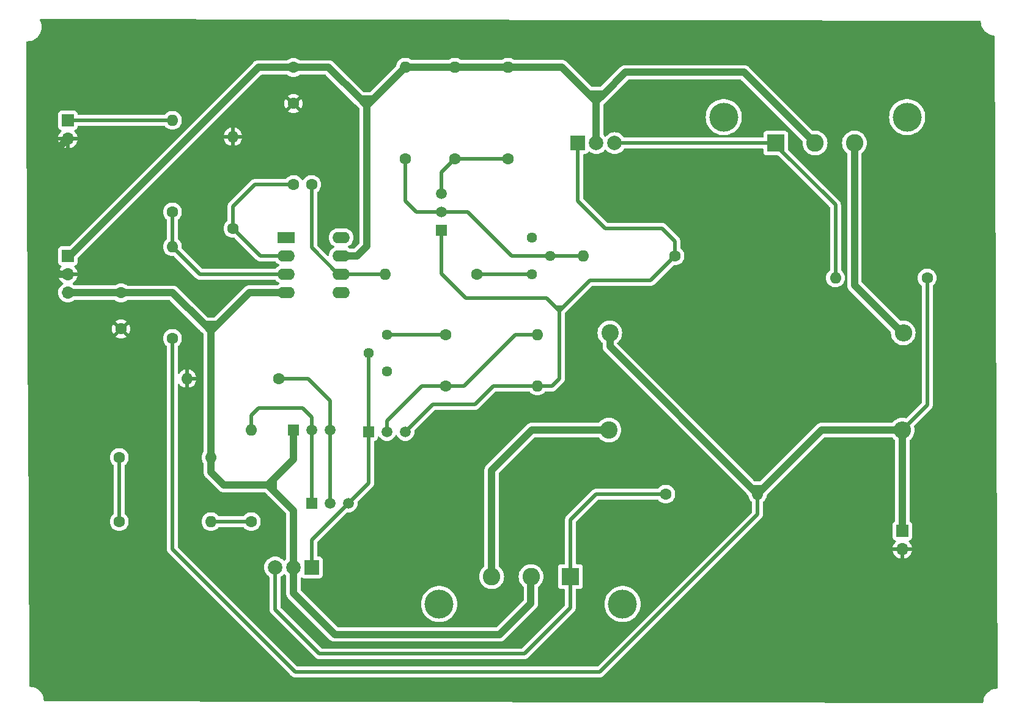
<source format=gbr>
%TF.GenerationSoftware,KiCad,Pcbnew,7.0.10*%
%TF.CreationDate,2024-04-02T19:18:08+05:30*%
%TF.ProjectId,amp,616d702e-6b69-4636-9164-5f7063625858,rev?*%
%TF.SameCoordinates,Original*%
%TF.FileFunction,Copper,L2,Bot*%
%TF.FilePolarity,Positive*%
%FSLAX46Y46*%
G04 Gerber Fmt 4.6, Leading zero omitted, Abs format (unit mm)*
G04 Created by KiCad (PCBNEW 7.0.10) date 2024-04-02 19:18:08*
%MOMM*%
%LPD*%
G01*
G04 APERTURE LIST*
%TA.AperFunction,ComponentPad*%
%ADD10C,1.600000*%
%TD*%
%TA.AperFunction,ComponentPad*%
%ADD11O,1.600000X1.600000*%
%TD*%
%TA.AperFunction,ComponentPad*%
%ADD12R,2.010000X2.010000*%
%TD*%
%TA.AperFunction,ComponentPad*%
%ADD13C,2.010000*%
%TD*%
%TA.AperFunction,ComponentPad*%
%ADD14R,1.700000X1.700000*%
%TD*%
%TA.AperFunction,ComponentPad*%
%ADD15O,1.700000X1.700000*%
%TD*%
%TA.AperFunction,ComponentPad*%
%ADD16R,1.500000X1.500000*%
%TD*%
%TA.AperFunction,ComponentPad*%
%ADD17C,1.500000*%
%TD*%
%TA.AperFunction,ComponentPad*%
%ADD18C,4.000000*%
%TD*%
%TA.AperFunction,ComponentPad*%
%ADD19R,2.430000X2.430000*%
%TD*%
%TA.AperFunction,ComponentPad*%
%ADD20C,2.430000*%
%TD*%
%TA.AperFunction,ComponentPad*%
%ADD21C,1.440000*%
%TD*%
%TA.AperFunction,ComponentPad*%
%ADD22R,2.400000X1.600000*%
%TD*%
%TA.AperFunction,ComponentPad*%
%ADD23O,2.400000X1.600000*%
%TD*%
%TA.AperFunction,ComponentPad*%
%ADD24C,2.400000*%
%TD*%
%TA.AperFunction,ComponentPad*%
%ADD25O,2.400000X2.400000*%
%TD*%
%TA.AperFunction,Conductor*%
%ADD26C,1.000000*%
%TD*%
%TA.AperFunction,Conductor*%
%ADD27C,0.500000*%
%TD*%
G04 APERTURE END LIST*
D10*
%TO.P,RB1,1*%
%TO.N,Net-(RB1-Pad1)*%
X98806000Y-87884000D03*
D11*
%TO.P,RB1,2*%
%TO.N,Net-(Opamp_IC1-OUT)*%
X86106000Y-87884000D03*
%TD*%
D10*
%TO.P,C2,1*%
%TO.N,+15V*%
X73406000Y-59222000D03*
%TO.P,C2,2*%
%TO.N,GND*%
X73406000Y-64222000D03*
%TD*%
D12*
%TO.P,QO1,1,B*%
%TO.N,Net-(QCE1-E)*%
X112800000Y-69700000D03*
D13*
%TO.P,QO1,2,C*%
%TO.N,+15V*%
X115340000Y-69700000D03*
%TO.P,QO1,3,E*%
%TO.N,Net-(QO1-E)*%
X117880000Y-69700000D03*
%TD*%
D14*
%TO.P,Power_input1,1,Pin_1*%
%TO.N,+15V*%
X42164000Y-85344000D03*
D15*
%TO.P,Power_input1,2,Pin_2*%
%TO.N,GND*%
X42164000Y-87884000D03*
%TO.P,Power_input1,3,Pin_3*%
%TO.N,-15V*%
X42164000Y-90424000D03*
%TD*%
D10*
%TO.P,RA1,1*%
%TO.N,/Vout*%
X56642000Y-96774000D03*
D11*
%TO.P,RA1,2*%
%TO.N,Net-(Opamp_IC1-IN+)*%
X56642000Y-84074000D03*
%TD*%
D10*
%TO.P,RCS2,1*%
%TO.N,Net-(QCS1-B)*%
X71374000Y-102362000D03*
D11*
%TO.P,RCS2,2*%
%TO.N,GND*%
X58674000Y-102362000D03*
%TD*%
D10*
%TO.P,REA1,1*%
%TO.N,Net-(QCE1-C)*%
X95758000Y-71882000D03*
D11*
%TO.P,REA1,2*%
%TO.N,+15V*%
X95758000Y-59182000D03*
%TD*%
D10*
%TO.P,ROE1,1*%
%TO.N,/Vout*%
X161174000Y-88392000D03*
D11*
%TO.P,ROE1,2*%
%TO.N,Net-(QO1-E)*%
X148474000Y-88392000D03*
%TD*%
D16*
%TO.P,QCS2,1,E*%
%TO.N,-15V*%
X73406000Y-109474000D03*
D17*
%TO.P,QCS2,2,B*%
%TO.N,Net-(QCS1-E)*%
X75946000Y-109474000D03*
%TO.P,QCS2,3,C*%
%TO.N,Net-(QCS1-B)*%
X78486000Y-109474000D03*
%TD*%
D18*
%TO.P,HS_QO3,1*%
%TO.N,N/C*%
X133000000Y-66100000D03*
X158400000Y-66100000D03*
%TD*%
D10*
%TO.P,C3,1*%
%TO.N,GND*%
X49530000Y-95464000D03*
%TO.P,C3,2*%
%TO.N,-15V*%
X49530000Y-90464000D03*
%TD*%
%TO.P,RA2,1*%
%TO.N,Net-(Opamp_IC1-IN+)*%
X56642000Y-79248000D03*
D11*
%TO.P,RA2,2*%
%TO.N,Net-(Vin1-Pin_1)*%
X56642000Y-66548000D03*
%TD*%
D16*
%TO.P,QCE1,1,E*%
%TO.N,Net-(QCE1-E)*%
X93922000Y-81798000D03*
D17*
%TO.P,QCE1,2,B*%
%TO.N,Net-(QCE1-B)*%
X93922000Y-79258000D03*
%TO.P,QCE1,3,C*%
%TO.N,Net-(QCE1-C)*%
X93922000Y-76718000D03*
%TD*%
D10*
%TO.P,RO2,1*%
%TO.N,Net-(RO2-Pad1)*%
X94488000Y-96266000D03*
D11*
%TO.P,RO2,2*%
%TO.N,Net-(Qb1-B)*%
X107188000Y-96266000D03*
%TD*%
D19*
%TO.P,QO3,1,B*%
%TO.N,Net-(QO1-E)*%
X140200000Y-69700000D03*
D20*
%TO.P,QO3,2,C*%
%TO.N,+15V*%
X145650000Y-69700000D03*
%TO.P,QO3,3,E*%
%TO.N,Net-(QO3-E)*%
X151100000Y-69700000D03*
%TD*%
D21*
%TO.P,RB_pot1,1,1*%
%TO.N,Net-(RB1-Pad1)*%
X106426000Y-87884000D03*
%TO.P,RB_pot1,2,2*%
%TO.N,Net-(QCE1-B)*%
X108966000Y-85344000D03*
%TO.P,RB_pot1,3,3*%
%TO.N,unconnected-(RB_pot1-Pad3)*%
X106426000Y-82804000D03*
%TD*%
D14*
%TO.P,Vin1,1,Pin_1*%
%TO.N,Net-(Vin1-Pin_1)*%
X42164000Y-66543000D03*
D15*
%TO.P,Vin1,2,Pin_2*%
%TO.N,GND*%
X42164000Y-69083000D03*
%TD*%
D22*
%TO.P,Opamp_IC1,1,BAL1*%
%TO.N,unconnected-(Opamp_IC1-BAL1-Pad1)*%
X72390000Y-82804000D03*
D23*
%TO.P,Opamp_IC1,2,IN-*%
%TO.N,Net-(Opamp_IC1-IN-)*%
X72390000Y-85344000D03*
%TO.P,Opamp_IC1,3,IN+*%
%TO.N,Net-(Opamp_IC1-IN+)*%
X72390000Y-87884000D03*
%TO.P,Opamp_IC1,4,VCC-*%
%TO.N,-15V*%
X72390000Y-90424000D03*
%TO.P,Opamp_IC1,5,BAL2*%
%TO.N,unconnected-(Opamp_IC1-BAL2-Pad5)*%
X80010000Y-90424000D03*
%TO.P,Opamp_IC1,6,OUT*%
%TO.N,Net-(Opamp_IC1-OUT)*%
X80010000Y-87884000D03*
%TO.P,Opamp_IC1,7,VCC+*%
%TO.N,+15V*%
X80010000Y-85344000D03*
%TO.P,Opamp_IC1,8,NC*%
%TO.N,unconnected-(Opamp_IC1-NC-Pad8)*%
X80010000Y-82804000D03*
%TD*%
D16*
%TO.P,Qb1,1,E*%
%TO.N,Net-(QCS1-C)*%
X83820000Y-109728000D03*
D17*
%TO.P,Qb1,2,B*%
%TO.N,Net-(Qb1-B)*%
X86360000Y-109728000D03*
%TO.P,Qb1,3,C*%
%TO.N,Net-(QCE1-E)*%
X88900000Y-109728000D03*
%TD*%
D10*
%TO.P,RCSB1,1*%
%TO.N,Net-(RCSB1-Pad1)*%
X49276000Y-122174000D03*
D11*
%TO.P,RCSB1,2*%
%TO.N,Net-(RCSA1-Pad1)*%
X61976000Y-122174000D03*
%TD*%
D24*
%TO.P,ROE3,1*%
%TO.N,/Vout*%
X117221000Y-96012000D03*
D25*
%TO.P,ROE3,2*%
%TO.N,Net-(QO3-E)*%
X157861000Y-96012000D03*
%TD*%
D10*
%TO.P,REB1,1*%
%TO.N,Net-(QCE1-C)*%
X103124000Y-71882000D03*
D11*
%TO.P,REB1,2*%
%TO.N,+15V*%
X103124000Y-59182000D03*
%TD*%
D10*
%TO.P,RF1,1*%
%TO.N,Net-(QCE1-E)*%
X126238000Y-85344000D03*
D11*
%TO.P,RF1,2*%
%TO.N,Net-(QCE1-B)*%
X113538000Y-85344000D03*
%TD*%
D16*
%TO.P,QCS1,1,E*%
%TO.N,Net-(QCS1-E)*%
X75946000Y-119634000D03*
D17*
%TO.P,QCS1,2,B*%
%TO.N,Net-(QCS1-B)*%
X78486000Y-119634000D03*
%TO.P,QCS1,3,C*%
%TO.N,Net-(QCS1-C)*%
X81026000Y-119634000D03*
%TD*%
D12*
%TO.P,QO2,1,B*%
%TO.N,Net-(QCS1-C)*%
X75946000Y-128524000D03*
D13*
%TO.P,QO2,2,C*%
%TO.N,-15V*%
X73406000Y-128524000D03*
%TO.P,QO2,3,E*%
%TO.N,Net-(QO2-E)*%
X70866000Y-128524000D03*
%TD*%
D19*
%TO.P,QO4,1,B*%
%TO.N,Net-(QO2-E)*%
X111760000Y-129794000D03*
D20*
%TO.P,QO4,2,C*%
%TO.N,-15V*%
X106310000Y-129794000D03*
%TO.P,QO4,3,E*%
%TO.N,Net-(QO4-E)*%
X100860000Y-129794000D03*
%TD*%
D14*
%TO.P,Vout1,1,Pin_1*%
%TO.N,/Vout*%
X157734000Y-123444000D03*
D15*
%TO.P,Vout1,2,Pin_2*%
%TO.N,GND*%
X157734000Y-125984000D03*
%TD*%
D10*
%TO.P,RA3,1*%
%TO.N,Net-(Opamp_IC1-IN-)*%
X65024000Y-81534000D03*
D11*
%TO.P,RA3,2*%
%TO.N,GND*%
X65024000Y-68834000D03*
%TD*%
D10*
%TO.P,RO1,1*%
%TO.N,Net-(Qb1-B)*%
X94488000Y-103378000D03*
D11*
%TO.P,RO1,2*%
%TO.N,Net-(QCE1-E)*%
X107188000Y-103378000D03*
%TD*%
D24*
%TO.P,ROE4,1*%
%TO.N,Net-(QO4-E)*%
X117094000Y-109474000D03*
D25*
%TO.P,ROE4,2*%
%TO.N,/Vout*%
X157734000Y-109474000D03*
%TD*%
D10*
%TO.P,C1,1*%
%TO.N,Net-(Opamp_IC1-IN-)*%
X73426000Y-75438000D03*
%TO.P,C1,2*%
%TO.N,Net-(Opamp_IC1-OUT)*%
X75926000Y-75438000D03*
%TD*%
D21*
%TO.P,RO_pot2,1,1*%
%TO.N,Net-(RO2-Pad1)*%
X86360000Y-96266000D03*
%TO.P,RO_pot2,2,2*%
%TO.N,Net-(QCS1-C)*%
X83820000Y-98806000D03*
%TO.P,RO_pot2,3,3*%
%TO.N,unconnected-(RO_pot2-Pad3)*%
X86360000Y-101346000D03*
%TD*%
D10*
%TO.P,R1,1*%
%TO.N,Net-(QCE1-B)*%
X88900000Y-71882000D03*
D11*
%TO.P,R1,2*%
%TO.N,+15V*%
X88900000Y-59182000D03*
%TD*%
D10*
%TO.P,RCSC1,1*%
%TO.N,Net-(RCSB1-Pad1)*%
X49276000Y-113284000D03*
D11*
%TO.P,RCSC1,2*%
%TO.N,-15V*%
X61976000Y-113284000D03*
%TD*%
D10*
%TO.P,RCSA1,1*%
%TO.N,Net-(RCSA1-Pad1)*%
X67564000Y-122174000D03*
D11*
%TO.P,RCSA1,2*%
%TO.N,Net-(QCS1-E)*%
X67564000Y-109474000D03*
%TD*%
D10*
%TO.P,ROE2,1*%
%TO.N,Net-(QO2-E)*%
X124968000Y-118364000D03*
D11*
%TO.P,ROE2,2*%
%TO.N,/Vout*%
X137668000Y-118364000D03*
%TD*%
D18*
%TO.P,HS_QO4,1*%
%TO.N,N/C*%
X93588000Y-133604000D03*
X118988000Y-133604000D03*
%TD*%
D26*
%TO.N,GND*%
X42164000Y-69083000D02*
X39624000Y-71623000D01*
X39624000Y-71623000D02*
X39624000Y-86546081D01*
X40961919Y-87884000D02*
X42164000Y-87884000D01*
X39624000Y-86546081D02*
X40961919Y-87884000D01*
D27*
%TO.N,Net-(Opamp_IC1-OUT)*%
X75926000Y-84200000D02*
X79610000Y-87884000D01*
X80010000Y-87884000D02*
X86106000Y-87884000D01*
X75926000Y-75438000D02*
X75926000Y-84200000D01*
%TO.N,Net-(Opamp_IC1-IN+)*%
X56642000Y-79248000D02*
X56642000Y-84074000D01*
X72390000Y-87884000D02*
X60452000Y-87884000D01*
X60452000Y-87884000D02*
X56642000Y-84074000D01*
D26*
%TO.N,-15V*%
X61087000Y-94869000D02*
X62865000Y-94869000D01*
X61976000Y-113284000D02*
X61976000Y-115316000D01*
X70612000Y-117856000D02*
X73406000Y-120650000D01*
X73406000Y-109474000D02*
X73406000Y-113538000D01*
X73406000Y-128524000D02*
X73406000Y-132080000D01*
X56682000Y-90464000D02*
X61087000Y-94869000D01*
X73406000Y-113538000D02*
X70612000Y-116332000D01*
X67310000Y-90424000D02*
X72390000Y-90424000D01*
X70612000Y-116332000D02*
X70612000Y-117856000D01*
X61087000Y-94869000D02*
X61976000Y-95758000D01*
X49530000Y-90464000D02*
X56682000Y-90464000D01*
X61976000Y-115316000D02*
X63754000Y-117094000D01*
X106288000Y-133488000D02*
X106288000Y-129816000D01*
X70612000Y-116332000D02*
X69850000Y-117094000D01*
X62865000Y-94869000D02*
X67310000Y-90424000D01*
X73406000Y-120650000D02*
X73406000Y-128524000D01*
X73406000Y-132080000D02*
X79126000Y-137800000D01*
X79126000Y-137800000D02*
X101976000Y-137800000D01*
X106288000Y-129816000D02*
X106310000Y-129794000D01*
X101976000Y-137800000D02*
X106288000Y-133488000D01*
X61976000Y-95758000D02*
X62865000Y-94869000D01*
X63754000Y-117094000D02*
X69850000Y-117094000D01*
X61976000Y-95758000D02*
X61976000Y-113284000D01*
X69850000Y-117094000D02*
X70612000Y-117856000D01*
X42164000Y-90424000D02*
X49490000Y-90424000D01*
D27*
X73406000Y-128524000D02*
X73406000Y-129494000D01*
D26*
X49490000Y-90424000D02*
X49530000Y-90464000D01*
%TO.N,+15V*%
X116390000Y-62890000D02*
X119380000Y-59900000D01*
X83058000Y-64008000D02*
X82677000Y-63627000D01*
X115340000Y-63940000D02*
X114300000Y-62900000D01*
X114300000Y-62900000D02*
X110582000Y-59182000D01*
X145600000Y-69700000D02*
X145650000Y-69700000D01*
X82210000Y-85344000D02*
X80010000Y-85344000D01*
X84074000Y-64008000D02*
X83566000Y-64516000D01*
X88900000Y-59182000D02*
X95758000Y-59182000D01*
X82677000Y-63627000D02*
X84455000Y-63627000D01*
X95758000Y-59182000D02*
X103124000Y-59182000D01*
X116390000Y-62890000D02*
X114310000Y-62890000D01*
X83566000Y-83988000D02*
X82210000Y-85344000D01*
X119380000Y-59900000D02*
X135800000Y-59900000D01*
X82677000Y-63627000D02*
X78272000Y-59222000D01*
X83566000Y-64516000D02*
X83566000Y-83988000D01*
X83566000Y-64516000D02*
X83058000Y-64008000D01*
X42418000Y-85344000D02*
X42164000Y-85344000D01*
X115340000Y-69700000D02*
X115340000Y-63940000D01*
X78272000Y-59222000D02*
X73406000Y-59222000D01*
X110582000Y-59182000D02*
X103124000Y-59182000D01*
X115340000Y-63940000D02*
X116390000Y-62890000D01*
X114310000Y-62890000D02*
X114300000Y-62900000D01*
X84455000Y-63627000D02*
X84074000Y-64008000D01*
X73406000Y-59222000D02*
X68540000Y-59222000D01*
X88900000Y-59182000D02*
X84455000Y-63627000D01*
X135800000Y-59900000D02*
X145600000Y-69700000D01*
X68540000Y-59222000D02*
X42418000Y-85344000D01*
D27*
%TO.N,Net-(QCS1-C)*%
X83820000Y-109728000D02*
X83820000Y-116840000D01*
X83820000Y-98806000D02*
X83820000Y-109728000D01*
X83820000Y-116840000D02*
X81026000Y-119634000D01*
X75946000Y-128524000D02*
X75946000Y-124714000D01*
X75946000Y-124714000D02*
X81026000Y-119634000D01*
%TO.N,Net-(Qb1-B)*%
X94488000Y-103378000D02*
X91186000Y-103378000D01*
X86360000Y-109728000D02*
X86360000Y-108204000D01*
X107188000Y-96266000D02*
X104140000Y-96266000D01*
X97028000Y-103378000D02*
X94488000Y-103378000D01*
X104140000Y-96266000D02*
X97028000Y-103378000D01*
X91186000Y-103378000D02*
X86360000Y-108204000D01*
%TO.N,Net-(QCE1-E)*%
X93922000Y-87826000D02*
X93922000Y-81798000D01*
X101092000Y-103378000D02*
X107188000Y-103378000D01*
X109220000Y-103378000D02*
X110236000Y-102362000D01*
X110744000Y-92456000D02*
X110236000Y-92964000D01*
X112800000Y-77748000D02*
X112800000Y-69700000D01*
X97282000Y-91186000D02*
X93922000Y-87826000D01*
X109728000Y-92456000D02*
X110744000Y-92456000D01*
X116586000Y-81534000D02*
X112800000Y-77748000D01*
X114427000Y-88773000D02*
X110744000Y-92456000D01*
X107188000Y-103378000D02*
X109220000Y-103378000D01*
X109728000Y-92456000D02*
X108458000Y-91186000D01*
X92710000Y-105918000D02*
X98552000Y-105918000D01*
X108458000Y-91186000D02*
X97282000Y-91186000D01*
X110236000Y-92964000D02*
X109728000Y-92456000D01*
X126238000Y-83312000D02*
X124460000Y-81534000D01*
X88900000Y-109728000D02*
X92710000Y-105918000D01*
X98552000Y-105918000D02*
X101092000Y-103378000D01*
X124460000Y-81534000D02*
X116586000Y-81534000D01*
X126238000Y-85344000D02*
X122809000Y-88773000D01*
X110236000Y-102362000D02*
X110236000Y-92964000D01*
X122809000Y-88773000D02*
X114427000Y-88773000D01*
X126238000Y-85344000D02*
X126238000Y-83312000D01*
%TO.N,Net-(QCE1-B)*%
X90434000Y-79258000D02*
X93922000Y-79258000D01*
X108966000Y-85344000D02*
X113538000Y-85344000D01*
X97546000Y-79258000D02*
X103632000Y-85344000D01*
X103632000Y-85344000D02*
X108966000Y-85344000D01*
X93922000Y-79258000D02*
X97546000Y-79258000D01*
X88900000Y-71882000D02*
X88900000Y-77724000D01*
X88900000Y-77724000D02*
X90434000Y-79258000D01*
%TO.N,Net-(QCE1-C)*%
X93922000Y-76718000D02*
X93922000Y-73718000D01*
X95758000Y-71882000D02*
X103124000Y-71882000D01*
X93922000Y-73718000D02*
X95758000Y-71882000D01*
%TO.N,Net-(QCS1-E)*%
X67564000Y-107442000D02*
X67564000Y-109474000D01*
X68580000Y-106426000D02*
X67564000Y-107442000D01*
X75946000Y-109474000D02*
X75946000Y-107696000D01*
X74676000Y-106426000D02*
X68580000Y-106426000D01*
X75946000Y-107696000D02*
X74676000Y-106426000D01*
X75946000Y-119634000D02*
X75946000Y-109474000D01*
%TO.N,Net-(QCS1-B)*%
X78486000Y-105410000D02*
X78486000Y-109474000D01*
X75438000Y-102362000D02*
X78486000Y-105410000D01*
X78486000Y-119634000D02*
X78486000Y-109474000D01*
X75438000Y-102362000D02*
X71374000Y-102362000D01*
%TO.N,Net-(QO1-E)*%
X140200000Y-70000000D02*
X148474000Y-78274000D01*
X140200000Y-69700000D02*
X140200000Y-70000000D01*
X148474000Y-78274000D02*
X148474000Y-88392000D01*
X117880000Y-69700000D02*
X140200000Y-69700000D01*
%TO.N,Net-(QO2-E)*%
X111738000Y-129816000D02*
X111760000Y-129794000D01*
X111738000Y-134134000D02*
X111738000Y-129816000D01*
X124951000Y-118381000D02*
X124968000Y-118364000D01*
X70866000Y-134366000D02*
X77000000Y-140500000D01*
X70866000Y-128524000D02*
X70866000Y-134366000D01*
X77000000Y-140500000D02*
X105372000Y-140500000D01*
X105372000Y-140500000D02*
X111738000Y-134134000D01*
X111760000Y-129794000D02*
X111760000Y-121920000D01*
X115299000Y-118381000D02*
X124951000Y-118381000D01*
X111760000Y-121920000D02*
X115299000Y-118381000D01*
D26*
%TO.N,Net-(QO3-E)*%
X151100000Y-69700000D02*
X151100000Y-89400000D01*
X157712000Y-96012000D02*
X157861000Y-96012000D01*
X151100000Y-89400000D02*
X157712000Y-96012000D01*
%TO.N,Net-(QO4-E)*%
X106426000Y-109474000D02*
X100838000Y-115062000D01*
X100838000Y-129772000D02*
X100860000Y-129794000D01*
X117094000Y-109474000D02*
X106426000Y-109474000D01*
X100838000Y-115062000D02*
X100838000Y-129772000D01*
%TO.N,/Vout*%
X138684000Y-117348000D02*
X137668000Y-118364000D01*
D27*
X136652000Y-117348000D02*
X138684000Y-117348000D01*
D26*
X157734000Y-109474000D02*
X146558000Y-109474000D01*
X146558000Y-109474000D02*
X138684000Y-117348000D01*
D27*
X56642000Y-125984000D02*
X56642000Y-96774000D01*
X137668000Y-118364000D02*
X137668000Y-121158000D01*
D26*
X117221000Y-96012000D02*
X117221000Y-97917000D01*
X157734000Y-109474000D02*
X157734000Y-123444000D01*
D27*
X161174000Y-106034000D02*
X157734000Y-109474000D01*
X161174000Y-88392000D02*
X161174000Y-106034000D01*
X73658000Y-143000000D02*
X56642000Y-125984000D01*
D26*
X117221000Y-97917000D02*
X136652000Y-117348000D01*
X136652000Y-117348000D02*
X137668000Y-118364000D01*
D27*
X115826000Y-143000000D02*
X73658000Y-143000000D01*
X137668000Y-121158000D02*
X115826000Y-143000000D01*
%TO.N,Net-(Vin1-Pin_1)*%
X42164000Y-66543000D02*
X56637000Y-66543000D01*
X56637000Y-66543000D02*
X56642000Y-66548000D01*
%TO.N,Net-(RB1-Pad1)*%
X106426000Y-87884000D02*
X98806000Y-87884000D01*
%TO.N,Net-(RO2-Pad1)*%
X86360000Y-96266000D02*
X94488000Y-96266000D01*
%TO.N,Net-(Opamp_IC1-IN-)*%
X72390000Y-85344000D02*
X68834000Y-85344000D01*
X68834000Y-85344000D02*
X65024000Y-81534000D01*
X73426000Y-75438000D02*
X68072000Y-75438000D01*
X65024000Y-78486000D02*
X65024000Y-81534000D01*
X68072000Y-75438000D02*
X65024000Y-78486000D01*
%TO.N,Net-(RCSA1-Pad1)*%
X61976000Y-122174000D02*
X67564000Y-122174000D01*
%TO.N,Net-(RCSB1-Pad1)*%
X49276000Y-122174000D02*
X49276000Y-113284000D01*
%TD*%
%TA.AperFunction,Conductor*%
%TO.N,GND*%
G36*
X72595451Y-60242185D02*
G01*
X72599523Y-60244917D01*
X72753266Y-60352568D01*
X72959504Y-60448739D01*
X73179308Y-60507635D01*
X73341230Y-60521801D01*
X73405998Y-60527468D01*
X73406000Y-60527468D01*
X73406002Y-60527468D01*
X73462673Y-60522509D01*
X73632692Y-60507635D01*
X73852496Y-60448739D01*
X74058734Y-60352568D01*
X74212465Y-60244924D01*
X74278671Y-60222598D01*
X74283588Y-60222500D01*
X77806217Y-60222500D01*
X77873256Y-60242185D01*
X77893898Y-60258819D01*
X81959450Y-64324371D01*
X81961643Y-64326620D01*
X82021941Y-64390053D01*
X82023387Y-64391059D01*
X82040234Y-64405155D01*
X82529181Y-64894102D01*
X82562666Y-64955425D01*
X82565500Y-64981783D01*
X82565500Y-83522218D01*
X82545815Y-83589257D01*
X82529181Y-83609899D01*
X81831899Y-84307181D01*
X81770576Y-84340666D01*
X81744218Y-84343500D01*
X81287588Y-84343500D01*
X81220549Y-84323815D01*
X81216465Y-84321075D01*
X81213373Y-84318910D01*
X81062734Y-84213432D01*
X81004724Y-84186381D01*
X80952285Y-84140210D01*
X80933133Y-84073017D01*
X80953348Y-84006135D01*
X81004725Y-83961618D01*
X81062734Y-83934568D01*
X81249139Y-83804047D01*
X81410047Y-83643139D01*
X81540568Y-83456734D01*
X81636739Y-83250496D01*
X81695635Y-83030692D01*
X81712709Y-82835533D01*
X81715468Y-82804001D01*
X81715468Y-82803998D01*
X81696855Y-82591253D01*
X81695635Y-82577308D01*
X81644100Y-82384977D01*
X81636741Y-82357511D01*
X81636738Y-82357502D01*
X81603087Y-82285338D01*
X81540568Y-82151266D01*
X81410047Y-81964861D01*
X81410045Y-81964858D01*
X81249141Y-81803954D01*
X81062734Y-81673432D01*
X81062732Y-81673431D01*
X80856497Y-81577261D01*
X80856488Y-81577258D01*
X80636697Y-81518366D01*
X80636687Y-81518364D01*
X80466785Y-81503500D01*
X80466784Y-81503500D01*
X79553216Y-81503500D01*
X79553215Y-81503500D01*
X79383312Y-81518364D01*
X79383302Y-81518366D01*
X79163511Y-81577258D01*
X79163502Y-81577261D01*
X78957267Y-81673431D01*
X78957265Y-81673432D01*
X78770858Y-81803954D01*
X78609954Y-81964858D01*
X78479432Y-82151265D01*
X78479431Y-82151267D01*
X78383261Y-82357502D01*
X78383258Y-82357511D01*
X78324366Y-82577302D01*
X78324364Y-82577313D01*
X78304532Y-82803998D01*
X78304532Y-82804001D01*
X78324364Y-83030686D01*
X78324366Y-83030697D01*
X78383258Y-83250488D01*
X78383261Y-83250497D01*
X78479431Y-83456732D01*
X78479432Y-83456734D01*
X78609954Y-83643141D01*
X78770858Y-83804045D01*
X78770861Y-83804047D01*
X78957266Y-83934568D01*
X79015275Y-83961618D01*
X79067714Y-84007791D01*
X79086866Y-84074984D01*
X79066650Y-84141865D01*
X79015275Y-84186382D01*
X78957267Y-84213431D01*
X78957265Y-84213432D01*
X78770858Y-84343954D01*
X78609954Y-84504858D01*
X78479432Y-84691265D01*
X78479431Y-84691267D01*
X78383261Y-84897502D01*
X78383258Y-84897511D01*
X78324366Y-85117302D01*
X78324364Y-85117312D01*
X78313777Y-85238327D01*
X78288324Y-85303395D01*
X78231733Y-85344374D01*
X78161971Y-85348252D01*
X78102568Y-85315200D01*
X76712819Y-83925451D01*
X76679334Y-83864128D01*
X76676500Y-83837770D01*
X76676500Y-76564662D01*
X76696185Y-76497623D01*
X76729379Y-76463086D01*
X76765140Y-76438046D01*
X76926045Y-76277141D01*
X76926047Y-76277139D01*
X77056568Y-76090734D01*
X77152739Y-75884496D01*
X77211635Y-75664692D01*
X77231468Y-75438000D01*
X77211635Y-75211308D01*
X77152739Y-74991504D01*
X77056568Y-74785266D01*
X76926047Y-74598861D01*
X76926045Y-74598858D01*
X76765141Y-74437954D01*
X76578734Y-74307432D01*
X76578732Y-74307431D01*
X76372497Y-74211261D01*
X76372488Y-74211258D01*
X76152697Y-74152366D01*
X76152693Y-74152365D01*
X76152692Y-74152365D01*
X76152691Y-74152364D01*
X76152686Y-74152364D01*
X75926002Y-74132532D01*
X75925998Y-74132532D01*
X75699313Y-74152364D01*
X75699302Y-74152366D01*
X75479511Y-74211258D01*
X75479502Y-74211261D01*
X75273267Y-74307431D01*
X75273265Y-74307432D01*
X75086858Y-74437954D01*
X74925954Y-74598858D01*
X74795433Y-74785264D01*
X74795432Y-74785266D01*
X74788380Y-74800387D01*
X74742209Y-74852825D01*
X74675015Y-74871976D01*
X74608134Y-74851760D01*
X74563619Y-74800387D01*
X74556568Y-74785266D01*
X74426047Y-74598861D01*
X74426045Y-74598858D01*
X74265141Y-74437954D01*
X74078734Y-74307432D01*
X74078732Y-74307431D01*
X73872497Y-74211261D01*
X73872488Y-74211258D01*
X73652697Y-74152366D01*
X73652693Y-74152365D01*
X73652692Y-74152365D01*
X73652691Y-74152364D01*
X73652686Y-74152364D01*
X73426002Y-74132532D01*
X73425998Y-74132532D01*
X73199313Y-74152364D01*
X73199302Y-74152366D01*
X72979511Y-74211258D01*
X72979502Y-74211261D01*
X72773267Y-74307431D01*
X72773265Y-74307432D01*
X72586858Y-74437954D01*
X72425954Y-74598858D01*
X72400912Y-74634623D01*
X72346335Y-74678248D01*
X72299337Y-74687500D01*
X68135705Y-74687500D01*
X68117735Y-74686191D01*
X68093972Y-74682710D01*
X68046843Y-74686834D01*
X68044630Y-74687028D01*
X68033824Y-74687500D01*
X68028284Y-74687500D01*
X67997501Y-74691098D01*
X67993916Y-74691464D01*
X67919199Y-74698001D01*
X67912132Y-74699460D01*
X67912120Y-74699404D01*
X67904763Y-74701035D01*
X67904777Y-74701092D01*
X67897740Y-74702760D01*
X67827231Y-74728421D01*
X67823854Y-74729595D01*
X67784848Y-74742521D01*
X67752668Y-74753185D01*
X67746126Y-74756236D01*
X67746101Y-74756183D01*
X67739308Y-74759471D01*
X67739334Y-74759523D01*
X67732880Y-74762764D01*
X67670221Y-74803975D01*
X67667181Y-74805912D01*
X67603348Y-74845285D01*
X67597683Y-74849765D01*
X67597647Y-74849719D01*
X67591798Y-74854484D01*
X67591835Y-74854528D01*
X67586310Y-74859164D01*
X67534832Y-74913726D01*
X67532320Y-74916311D01*
X64538358Y-77910272D01*
X64524729Y-77922051D01*
X64505469Y-77936390D01*
X64473632Y-77974331D01*
X64466346Y-77982284D01*
X64462407Y-77986224D01*
X64443176Y-78010545D01*
X64440902Y-78013337D01*
X64392694Y-78070790D01*
X64388729Y-78076819D01*
X64388682Y-78076788D01*
X64384630Y-78083147D01*
X64384679Y-78083177D01*
X64380889Y-78089321D01*
X64349192Y-78157294D01*
X64347623Y-78160536D01*
X64313957Y-78227572D01*
X64311488Y-78234357D01*
X64311432Y-78234336D01*
X64308960Y-78241450D01*
X64309015Y-78241469D01*
X64306743Y-78248325D01*
X64291573Y-78321788D01*
X64290793Y-78325304D01*
X64273499Y-78398279D01*
X64272661Y-78405454D01*
X64272601Y-78405447D01*
X64271835Y-78412945D01*
X64271895Y-78412951D01*
X64271265Y-78420140D01*
X64273448Y-78495128D01*
X64273500Y-78498735D01*
X64273500Y-80407336D01*
X64253815Y-80474375D01*
X64220625Y-80508910D01*
X64184863Y-80533951D01*
X64023951Y-80694862D01*
X63893432Y-80881265D01*
X63893431Y-80881267D01*
X63797261Y-81087502D01*
X63797258Y-81087511D01*
X63738366Y-81307302D01*
X63738364Y-81307313D01*
X63718532Y-81533998D01*
X63718532Y-81534001D01*
X63738364Y-81760686D01*
X63738366Y-81760697D01*
X63797258Y-81980488D01*
X63797261Y-81980497D01*
X63893431Y-82186732D01*
X63893432Y-82186734D01*
X64023954Y-82373141D01*
X64184858Y-82534045D01*
X64184861Y-82534047D01*
X64371266Y-82664568D01*
X64577504Y-82760739D01*
X64797308Y-82819635D01*
X64936789Y-82831838D01*
X65023998Y-82839468D01*
X65024000Y-82839468D01*
X65024001Y-82839468D01*
X65044848Y-82837644D01*
X65190861Y-82824869D01*
X65259359Y-82838635D01*
X65289348Y-82860716D01*
X68258267Y-85829634D01*
X68270048Y-85843266D01*
X68284389Y-85862529D01*
X68284390Y-85862530D01*
X68322338Y-85894372D01*
X68330319Y-85901686D01*
X68334220Y-85905588D01*
X68358543Y-85924820D01*
X68361304Y-85927069D01*
X68398302Y-85958114D01*
X68418789Y-85975305D01*
X68424818Y-85979270D01*
X68424785Y-85979319D01*
X68431143Y-85983369D01*
X68431175Y-85983319D01*
X68437317Y-85987107D01*
X68437319Y-85987108D01*
X68437323Y-85987111D01*
X68492448Y-86012816D01*
X68505315Y-86018816D01*
X68508560Y-86020388D01*
X68541371Y-86036866D01*
X68575567Y-86054040D01*
X68575569Y-86054040D01*
X68582361Y-86056513D01*
X68582340Y-86056570D01*
X68589455Y-86059043D01*
X68589475Y-86058986D01*
X68596323Y-86061254D01*
X68596328Y-86061257D01*
X68669852Y-86076437D01*
X68673286Y-86077199D01*
X68718563Y-86087931D01*
X68746274Y-86094499D01*
X68746275Y-86094499D01*
X68746279Y-86094500D01*
X68746283Y-86094500D01*
X68753452Y-86095338D01*
X68753444Y-86095397D01*
X68760945Y-86096164D01*
X68760951Y-86096105D01*
X68768140Y-86096734D01*
X68768144Y-86096733D01*
X68768145Y-86096734D01*
X68843131Y-86094552D01*
X68846738Y-86094500D01*
X70863337Y-86094500D01*
X70930376Y-86114185D01*
X70964912Y-86147377D01*
X70989954Y-86183141D01*
X71150858Y-86344045D01*
X71150861Y-86344047D01*
X71337266Y-86474568D01*
X71395275Y-86501618D01*
X71447714Y-86547791D01*
X71466866Y-86614984D01*
X71446650Y-86681865D01*
X71395275Y-86726382D01*
X71337267Y-86753431D01*
X71337265Y-86753432D01*
X71150858Y-86883954D01*
X70989954Y-87044858D01*
X70964912Y-87080623D01*
X70910335Y-87124248D01*
X70863337Y-87133500D01*
X60814229Y-87133500D01*
X60747190Y-87113815D01*
X60726548Y-87097181D01*
X57968716Y-84339348D01*
X57935231Y-84278025D01*
X57932869Y-84240863D01*
X57947468Y-84074000D01*
X57945175Y-84047796D01*
X57937636Y-83961618D01*
X57927635Y-83847308D01*
X57868739Y-83627504D01*
X57772568Y-83421266D01*
X57665452Y-83268287D01*
X57642048Y-83234862D01*
X57566387Y-83159201D01*
X57481139Y-83073953D01*
X57473220Y-83068408D01*
X57445375Y-83048910D01*
X57401751Y-82994332D01*
X57392500Y-82947336D01*
X57392500Y-80374662D01*
X57412185Y-80307623D01*
X57445379Y-80273086D01*
X57481140Y-80248046D01*
X57642045Y-80087141D01*
X57642047Y-80087139D01*
X57772568Y-79900734D01*
X57868739Y-79694496D01*
X57927635Y-79474692D01*
X57947468Y-79248000D01*
X57927635Y-79021308D01*
X57868739Y-78801504D01*
X57772568Y-78595266D01*
X57642047Y-78408861D01*
X57642045Y-78408858D01*
X57481141Y-78247954D01*
X57294734Y-78117432D01*
X57294732Y-78117431D01*
X57088497Y-78021261D01*
X57088488Y-78021258D01*
X56868697Y-77962366D01*
X56868693Y-77962365D01*
X56868692Y-77962365D01*
X56868691Y-77962364D01*
X56868686Y-77962364D01*
X56642002Y-77942532D01*
X56641998Y-77942532D01*
X56415313Y-77962364D01*
X56415302Y-77962366D01*
X56195511Y-78021258D01*
X56195502Y-78021261D01*
X55989267Y-78117431D01*
X55989265Y-78117432D01*
X55802858Y-78247954D01*
X55641954Y-78408858D01*
X55511432Y-78595265D01*
X55511431Y-78595267D01*
X55415261Y-78801502D01*
X55415258Y-78801511D01*
X55356366Y-79021302D01*
X55356364Y-79021313D01*
X55336532Y-79247998D01*
X55336532Y-79248001D01*
X55356364Y-79474686D01*
X55356366Y-79474697D01*
X55415258Y-79694488D01*
X55415261Y-79694497D01*
X55511431Y-79900732D01*
X55511432Y-79900734D01*
X55641954Y-80087141D01*
X55802859Y-80248046D01*
X55838621Y-80273086D01*
X55882247Y-80327662D01*
X55891500Y-80374662D01*
X55891500Y-82947336D01*
X55871815Y-83014375D01*
X55838625Y-83048910D01*
X55802863Y-83073951D01*
X55641951Y-83234862D01*
X55555916Y-83357735D01*
X55514713Y-83416581D01*
X55511435Y-83421262D01*
X55511431Y-83421267D01*
X55415261Y-83627502D01*
X55415258Y-83627511D01*
X55356366Y-83847302D01*
X55356364Y-83847313D01*
X55336532Y-84073998D01*
X55336532Y-84074001D01*
X55356364Y-84300686D01*
X55356366Y-84300697D01*
X55415258Y-84520488D01*
X55415261Y-84520497D01*
X55511431Y-84726732D01*
X55511432Y-84726734D01*
X55641954Y-84913141D01*
X55802858Y-85074045D01*
X55802861Y-85074047D01*
X55989266Y-85204568D01*
X56195504Y-85300739D01*
X56415308Y-85359635D01*
X56577230Y-85373801D01*
X56641998Y-85379468D01*
X56642000Y-85379468D01*
X56642001Y-85379468D01*
X56662062Y-85377712D01*
X56808861Y-85364869D01*
X56877359Y-85378635D01*
X56907348Y-85400716D01*
X59876267Y-88369634D01*
X59888048Y-88383266D01*
X59894551Y-88392001D01*
X59902390Y-88402530D01*
X59940343Y-88434376D01*
X59948319Y-88441686D01*
X59952220Y-88445588D01*
X59976543Y-88464820D01*
X59979304Y-88467069D01*
X60014472Y-88496578D01*
X60036789Y-88515305D01*
X60042818Y-88519270D01*
X60042785Y-88519319D01*
X60049143Y-88523369D01*
X60049175Y-88523319D01*
X60055317Y-88527107D01*
X60055319Y-88527108D01*
X60055323Y-88527111D01*
X60123315Y-88558816D01*
X60126560Y-88560388D01*
X60193565Y-88594039D01*
X60193567Y-88594040D01*
X60193569Y-88594040D01*
X60200361Y-88596513D01*
X60200340Y-88596570D01*
X60207455Y-88599043D01*
X60207475Y-88598986D01*
X60214323Y-88601254D01*
X60214328Y-88601257D01*
X60287852Y-88616437D01*
X60291286Y-88617199D01*
X60336563Y-88627931D01*
X60364274Y-88634499D01*
X60364275Y-88634499D01*
X60364279Y-88634500D01*
X60364283Y-88634500D01*
X60371452Y-88635338D01*
X60371444Y-88635397D01*
X60378945Y-88636164D01*
X60378951Y-88636105D01*
X60386140Y-88636734D01*
X60386144Y-88636733D01*
X60386145Y-88636734D01*
X60461131Y-88634552D01*
X60464738Y-88634500D01*
X70863337Y-88634500D01*
X70930376Y-88654185D01*
X70964912Y-88687377D01*
X70989954Y-88723141D01*
X71150858Y-88884045D01*
X71150861Y-88884047D01*
X71337266Y-89014568D01*
X71395275Y-89041618D01*
X71447714Y-89087791D01*
X71466866Y-89154984D01*
X71446650Y-89221865D01*
X71395275Y-89266382D01*
X71337267Y-89293431D01*
X71337265Y-89293432D01*
X71253871Y-89351825D01*
X71196430Y-89392046D01*
X71183535Y-89401075D01*
X71117329Y-89423402D01*
X71112412Y-89423500D01*
X67324238Y-89423500D01*
X67321098Y-89423460D01*
X67233637Y-89421244D01*
X67233625Y-89421245D01*
X67175589Y-89431646D01*
X67166265Y-89432954D01*
X67107563Y-89438925D01*
X67107554Y-89438927D01*
X67078528Y-89448034D01*
X67063288Y-89451775D01*
X67033349Y-89457141D01*
X66978567Y-89479022D01*
X66969698Y-89482179D01*
X66913414Y-89499840D01*
X66913410Y-89499842D01*
X66886811Y-89514605D01*
X66872638Y-89521336D01*
X66844382Y-89532623D01*
X66844378Y-89532625D01*
X66795122Y-89565086D01*
X66787069Y-89569965D01*
X66735501Y-89598588D01*
X66712413Y-89618408D01*
X66699887Y-89627852D01*
X66674485Y-89644594D01*
X66674478Y-89644600D01*
X66632774Y-89686303D01*
X66625869Y-89692703D01*
X66581102Y-89731136D01*
X66562480Y-89755193D01*
X66552108Y-89766969D01*
X62486899Y-93832181D01*
X62425576Y-93865666D01*
X62399218Y-93868500D01*
X61552782Y-93868500D01*
X61485743Y-93848815D01*
X61465101Y-93832181D01*
X57399567Y-89766647D01*
X57397374Y-89764398D01*
X57337061Y-89700949D01*
X57337060Y-89700948D01*
X57337059Y-89700947D01*
X57288640Y-89667246D01*
X57281120Y-89661575D01*
X57235413Y-89624305D01*
X57235406Y-89624301D01*
X57208441Y-89610216D01*
X57195026Y-89602089D01*
X57170049Y-89584705D01*
X57170046Y-89584703D01*
X57170045Y-89584703D01*
X57170041Y-89584701D01*
X57115845Y-89561443D01*
X57107336Y-89557402D01*
X57055057Y-89530094D01*
X57055046Y-89530090D01*
X57025806Y-89521723D01*
X57011021Y-89516459D01*
X56983058Y-89504459D01*
X56925273Y-89492583D01*
X56916127Y-89490338D01*
X56859423Y-89474113D01*
X56835699Y-89472306D01*
X56829072Y-89471801D01*
X56813533Y-89469622D01*
X56783742Y-89463500D01*
X56783741Y-89463500D01*
X56724759Y-89463500D01*
X56715344Y-89463142D01*
X56712643Y-89462936D01*
X56656524Y-89458662D01*
X56626349Y-89462506D01*
X56610682Y-89463500D01*
X50407588Y-89463500D01*
X50340549Y-89443815D01*
X50336465Y-89441075D01*
X50333397Y-89438927D01*
X50182734Y-89333432D01*
X50099674Y-89294700D01*
X49976497Y-89237261D01*
X49976488Y-89237258D01*
X49756697Y-89178366D01*
X49756693Y-89178365D01*
X49756692Y-89178365D01*
X49756691Y-89178364D01*
X49756686Y-89178364D01*
X49530002Y-89158532D01*
X49529998Y-89158532D01*
X49303313Y-89178364D01*
X49303302Y-89178366D01*
X49083511Y-89237258D01*
X49083502Y-89237261D01*
X48877267Y-89333431D01*
X48877265Y-89333432D01*
X48807826Y-89382053D01*
X48800357Y-89387284D01*
X48780661Y-89401075D01*
X48714455Y-89423402D01*
X48709538Y-89423500D01*
X43124758Y-89423500D01*
X43057719Y-89403815D01*
X43037077Y-89387181D01*
X43035402Y-89385506D01*
X43035401Y-89385505D01*
X42849405Y-89255269D01*
X42805781Y-89200692D01*
X42798588Y-89131193D01*
X42830110Y-89068839D01*
X42849405Y-89052119D01*
X43035082Y-88922105D01*
X43202105Y-88755082D01*
X43337600Y-88561578D01*
X43437429Y-88347492D01*
X43437432Y-88347486D01*
X43494636Y-88134000D01*
X42597686Y-88134000D01*
X42623493Y-88093844D01*
X42664000Y-87955889D01*
X42664000Y-87812111D01*
X42623493Y-87674156D01*
X42597686Y-87634000D01*
X43494636Y-87634000D01*
X43494635Y-87633999D01*
X43437432Y-87420513D01*
X43437429Y-87420507D01*
X43337600Y-87206422D01*
X43337599Y-87206420D01*
X43202113Y-87012926D01*
X43202108Y-87012920D01*
X43080053Y-86890865D01*
X43046568Y-86829542D01*
X43051552Y-86759850D01*
X43093424Y-86703917D01*
X43124400Y-86687002D01*
X43256331Y-86637796D01*
X43371546Y-86551546D01*
X43457796Y-86436331D01*
X43508091Y-86301483D01*
X43514500Y-86241873D01*
X43514499Y-85713781D01*
X43534183Y-85646743D01*
X43550813Y-85626106D01*
X60592921Y-68583999D01*
X63745127Y-68583999D01*
X63745128Y-68584000D01*
X64708314Y-68584000D01*
X64696359Y-68595955D01*
X64638835Y-68708852D01*
X64619014Y-68834000D01*
X64638835Y-68959148D01*
X64696359Y-69072045D01*
X64708314Y-69084000D01*
X63745128Y-69084000D01*
X63797730Y-69280317D01*
X63797734Y-69280326D01*
X63893865Y-69486482D01*
X64024342Y-69672820D01*
X64185179Y-69833657D01*
X64371517Y-69964134D01*
X64577673Y-70060265D01*
X64577682Y-70060269D01*
X64773999Y-70112872D01*
X64774000Y-70112871D01*
X64774000Y-69149686D01*
X64785955Y-69161641D01*
X64898852Y-69219165D01*
X64992519Y-69234000D01*
X65055481Y-69234000D01*
X65149148Y-69219165D01*
X65262045Y-69161641D01*
X65274000Y-69149686D01*
X65274000Y-70112872D01*
X65470317Y-70060269D01*
X65470326Y-70060265D01*
X65676482Y-69964134D01*
X65862820Y-69833657D01*
X66023657Y-69672820D01*
X66154134Y-69486482D01*
X66250265Y-69280326D01*
X66250269Y-69280317D01*
X66302872Y-69084000D01*
X65339686Y-69084000D01*
X65351641Y-69072045D01*
X65409165Y-68959148D01*
X65428986Y-68834000D01*
X65409165Y-68708852D01*
X65351641Y-68595955D01*
X65339686Y-68584000D01*
X66302872Y-68584000D01*
X66302872Y-68583999D01*
X66250269Y-68387682D01*
X66250265Y-68387673D01*
X66154134Y-68181517D01*
X66023657Y-67995179D01*
X65862820Y-67834342D01*
X65676482Y-67703865D01*
X65470328Y-67607734D01*
X65274000Y-67555127D01*
X65274000Y-68518314D01*
X65262045Y-68506359D01*
X65149148Y-68448835D01*
X65055481Y-68434000D01*
X64992519Y-68434000D01*
X64898852Y-68448835D01*
X64785955Y-68506359D01*
X64774000Y-68518314D01*
X64774000Y-67555127D01*
X64577671Y-67607734D01*
X64371517Y-67703865D01*
X64185179Y-67834342D01*
X64024342Y-67995179D01*
X63893865Y-68181517D01*
X63797734Y-68387673D01*
X63797730Y-68387682D01*
X63745127Y-68583999D01*
X60592921Y-68583999D01*
X64954919Y-64222002D01*
X72101034Y-64222002D01*
X72120858Y-64448599D01*
X72120860Y-64448610D01*
X72179730Y-64668317D01*
X72179735Y-64668331D01*
X72275863Y-64874478D01*
X72326974Y-64947472D01*
X73008046Y-64266400D01*
X73020835Y-64347148D01*
X73078359Y-64460045D01*
X73167955Y-64549641D01*
X73280852Y-64607165D01*
X73361599Y-64619953D01*
X72680526Y-65301025D01*
X72753513Y-65352132D01*
X72753521Y-65352136D01*
X72959668Y-65448264D01*
X72959682Y-65448269D01*
X73179389Y-65507139D01*
X73179400Y-65507141D01*
X73405998Y-65526966D01*
X73406002Y-65526966D01*
X73632599Y-65507141D01*
X73632610Y-65507139D01*
X73852317Y-65448269D01*
X73852331Y-65448264D01*
X74058478Y-65352136D01*
X74131471Y-65301024D01*
X73450400Y-64619953D01*
X73531148Y-64607165D01*
X73644045Y-64549641D01*
X73733641Y-64460045D01*
X73791165Y-64347148D01*
X73803953Y-64266400D01*
X74485024Y-64947471D01*
X74536136Y-64874478D01*
X74632264Y-64668331D01*
X74632269Y-64668317D01*
X74691139Y-64448610D01*
X74691141Y-64448599D01*
X74710966Y-64222002D01*
X74710966Y-64221997D01*
X74691141Y-63995400D01*
X74691139Y-63995389D01*
X74632269Y-63775682D01*
X74632264Y-63775668D01*
X74536136Y-63569521D01*
X74536132Y-63569513D01*
X74485025Y-63496526D01*
X73803953Y-64177598D01*
X73791165Y-64096852D01*
X73733641Y-63983955D01*
X73644045Y-63894359D01*
X73531148Y-63836835D01*
X73450401Y-63824046D01*
X74131472Y-63142974D01*
X74058478Y-63091863D01*
X73852331Y-62995735D01*
X73852317Y-62995730D01*
X73632610Y-62936860D01*
X73632599Y-62936858D01*
X73406002Y-62917034D01*
X73405998Y-62917034D01*
X73179400Y-62936858D01*
X73179389Y-62936860D01*
X72959682Y-62995730D01*
X72959673Y-62995734D01*
X72753516Y-63091866D01*
X72753512Y-63091868D01*
X72680526Y-63142973D01*
X72680526Y-63142974D01*
X73361599Y-63824046D01*
X73280852Y-63836835D01*
X73167955Y-63894359D01*
X73078359Y-63983955D01*
X73020835Y-64096852D01*
X73008046Y-64177598D01*
X72326974Y-63496526D01*
X72326973Y-63496526D01*
X72275868Y-63569512D01*
X72275866Y-63569516D01*
X72179734Y-63775673D01*
X72179730Y-63775682D01*
X72120860Y-63995389D01*
X72120858Y-63995400D01*
X72101034Y-64221997D01*
X72101034Y-64222002D01*
X64954919Y-64222002D01*
X68918102Y-60258819D01*
X68979425Y-60225334D01*
X69005783Y-60222500D01*
X72528412Y-60222500D01*
X72595451Y-60242185D01*
G37*
%TD.AperFunction*%
%TA.AperFunction,Conductor*%
G36*
X168476616Y-52764190D02*
G01*
X168543617Y-52784002D01*
X168589272Y-52836892D01*
X168600064Y-52879344D01*
X168614804Y-53085433D01*
X168675628Y-53365037D01*
X168775635Y-53633166D01*
X168912770Y-53884309D01*
X168912775Y-53884317D01*
X169084254Y-54113387D01*
X169084270Y-54113405D01*
X169286594Y-54315729D01*
X169286612Y-54315745D01*
X169515682Y-54487224D01*
X169515690Y-54487229D01*
X169766833Y-54624364D01*
X169766832Y-54624364D01*
X169766836Y-54624365D01*
X169766839Y-54624367D01*
X170034954Y-54724369D01*
X170034960Y-54724370D01*
X170034962Y-54724371D01*
X170174763Y-54754782D01*
X170314572Y-54785196D01*
X170383146Y-54790100D01*
X170448610Y-54814516D01*
X170490482Y-54870450D01*
X170498299Y-54913189D01*
X170931815Y-145199075D01*
X170912452Y-145266208D01*
X170859868Y-145312216D01*
X170816662Y-145323354D01*
X170656566Y-145334804D01*
X170376962Y-145395628D01*
X170108833Y-145495635D01*
X169857690Y-145632770D01*
X169857682Y-145632775D01*
X169628612Y-145804254D01*
X169628594Y-145804270D01*
X169426270Y-146006594D01*
X169426254Y-146006612D01*
X169254775Y-146235682D01*
X169254770Y-146235690D01*
X169117635Y-146486833D01*
X169017628Y-146754962D01*
X168956805Y-147034563D01*
X168956804Y-147034570D01*
X168944912Y-147200829D01*
X168920495Y-147266293D01*
X168864561Y-147308164D01*
X168820993Y-147315982D01*
X38951110Y-147070016D01*
X38884108Y-147050204D01*
X38838453Y-146997314D01*
X38827661Y-146954862D01*
X38815196Y-146780572D01*
X38754369Y-146500954D01*
X38654367Y-146232839D01*
X38530833Y-146006605D01*
X38517229Y-145981690D01*
X38517224Y-145981682D01*
X38345745Y-145752612D01*
X38345729Y-145752594D01*
X38143405Y-145550270D01*
X38143387Y-145550254D01*
X37914317Y-145378775D01*
X37914309Y-145378770D01*
X37663166Y-145241635D01*
X37663167Y-145241635D01*
X37549059Y-145199075D01*
X37395046Y-145141631D01*
X37395043Y-145141630D01*
X37395037Y-145141628D01*
X37115433Y-145080804D01*
X36934967Y-145067897D01*
X36869502Y-145043480D01*
X36827631Y-144987546D01*
X36819814Y-144944813D01*
X36710478Y-122174001D01*
X47970532Y-122174001D01*
X47990364Y-122400686D01*
X47990366Y-122400697D01*
X48049258Y-122620488D01*
X48049261Y-122620497D01*
X48145431Y-122826732D01*
X48145432Y-122826734D01*
X48275954Y-123013141D01*
X48436858Y-123174045D01*
X48436861Y-123174047D01*
X48623266Y-123304568D01*
X48829504Y-123400739D01*
X49049308Y-123459635D01*
X49211230Y-123473801D01*
X49275998Y-123479468D01*
X49276000Y-123479468D01*
X49276002Y-123479468D01*
X49332673Y-123474509D01*
X49502692Y-123459635D01*
X49722496Y-123400739D01*
X49928734Y-123304568D01*
X50115139Y-123174047D01*
X50276047Y-123013139D01*
X50406568Y-122826734D01*
X50502739Y-122620496D01*
X50561635Y-122400692D01*
X50581468Y-122174000D01*
X50561635Y-121947308D01*
X50502739Y-121727504D01*
X50406568Y-121521266D01*
X50333164Y-121416433D01*
X50276048Y-121334862D01*
X50259844Y-121318658D01*
X50115139Y-121173953D01*
X50110373Y-121170615D01*
X50079375Y-121148910D01*
X50035751Y-121094332D01*
X50026500Y-121047336D01*
X50026500Y-114410662D01*
X50046185Y-114343623D01*
X50079379Y-114309086D01*
X50115140Y-114284046D01*
X50276045Y-114123141D01*
X50276047Y-114123139D01*
X50406568Y-113936734D01*
X50502739Y-113730496D01*
X50561635Y-113510692D01*
X50581468Y-113284000D01*
X50561635Y-113057308D01*
X50502739Y-112837504D01*
X50406568Y-112631266D01*
X50276047Y-112444861D01*
X50276045Y-112444858D01*
X50115141Y-112283954D01*
X49928734Y-112153432D01*
X49928732Y-112153431D01*
X49722497Y-112057261D01*
X49722488Y-112057258D01*
X49502697Y-111998366D01*
X49502693Y-111998365D01*
X49502692Y-111998365D01*
X49502691Y-111998364D01*
X49502686Y-111998364D01*
X49276002Y-111978532D01*
X49275998Y-111978532D01*
X49049313Y-111998364D01*
X49049302Y-111998366D01*
X48829511Y-112057258D01*
X48829502Y-112057261D01*
X48623267Y-112153431D01*
X48623265Y-112153432D01*
X48436858Y-112283954D01*
X48275954Y-112444858D01*
X48145432Y-112631265D01*
X48145431Y-112631267D01*
X48049261Y-112837502D01*
X48049258Y-112837511D01*
X47990366Y-113057302D01*
X47990364Y-113057313D01*
X47970532Y-113283998D01*
X47970532Y-113284001D01*
X47990364Y-113510686D01*
X47990366Y-113510697D01*
X48049258Y-113730488D01*
X48049261Y-113730497D01*
X48145431Y-113936732D01*
X48145432Y-113936734D01*
X48275954Y-114123141D01*
X48436859Y-114284046D01*
X48472621Y-114309086D01*
X48516247Y-114363662D01*
X48525500Y-114410662D01*
X48525500Y-121047336D01*
X48505815Y-121114375D01*
X48472625Y-121148910D01*
X48436863Y-121173951D01*
X48275951Y-121334862D01*
X48145432Y-121521265D01*
X48145431Y-121521267D01*
X48049261Y-121727502D01*
X48049258Y-121727511D01*
X47990366Y-121947302D01*
X47990364Y-121947313D01*
X47970532Y-122173998D01*
X47970532Y-122174001D01*
X36710478Y-122174001D01*
X36588518Y-96774001D01*
X55336532Y-96774001D01*
X55356364Y-97000686D01*
X55356366Y-97000697D01*
X55415258Y-97220488D01*
X55415261Y-97220497D01*
X55511431Y-97426732D01*
X55511432Y-97426734D01*
X55641954Y-97613141D01*
X55802859Y-97774046D01*
X55838621Y-97799086D01*
X55882247Y-97853662D01*
X55891500Y-97900662D01*
X55891500Y-125920294D01*
X55890191Y-125938263D01*
X55886710Y-125962025D01*
X55891028Y-126011368D01*
X55891500Y-126022176D01*
X55891500Y-126027711D01*
X55895098Y-126058495D01*
X55895464Y-126062083D01*
X55902000Y-126136791D01*
X55903461Y-126143867D01*
X55903403Y-126143878D01*
X55905034Y-126151237D01*
X55905092Y-126151224D01*
X55906757Y-126158249D01*
X55932400Y-126228705D01*
X55933582Y-126232107D01*
X55957182Y-126303326D01*
X55960236Y-126309874D01*
X55960182Y-126309898D01*
X55963470Y-126316688D01*
X55963521Y-126316663D01*
X55966761Y-126323114D01*
X56007979Y-126385784D01*
X56009889Y-126388782D01*
X56022331Y-126408952D01*
X56049289Y-126452658D01*
X56053766Y-126458319D01*
X56053719Y-126458356D01*
X56058482Y-126464202D01*
X56058528Y-126464164D01*
X56063173Y-126469699D01*
X56117707Y-126521149D01*
X56120295Y-126523663D01*
X73082270Y-143485638D01*
X73094051Y-143499270D01*
X73108388Y-143518528D01*
X73146337Y-143550372D01*
X73154310Y-143557679D01*
X73158217Y-143561586D01*
X73158223Y-143561591D01*
X73182537Y-143580816D01*
X73185318Y-143583080D01*
X73212956Y-143606271D01*
X73242789Y-143631305D01*
X73248818Y-143635270D01*
X73248785Y-143635319D01*
X73255147Y-143639372D01*
X73255179Y-143639321D01*
X73261319Y-143643108D01*
X73261323Y-143643111D01*
X73299977Y-143661135D01*
X73329320Y-143674819D01*
X73332566Y-143676391D01*
X73399562Y-143710038D01*
X73406357Y-143712511D01*
X73406336Y-143712567D01*
X73413457Y-143715043D01*
X73413476Y-143714986D01*
X73420319Y-143717253D01*
X73420327Y-143717257D01*
X73493895Y-143732447D01*
X73497228Y-143733186D01*
X73570279Y-143750500D01*
X73570281Y-143750500D01*
X73570285Y-143750501D01*
X73577453Y-143751339D01*
X73577446Y-143751398D01*
X73584944Y-143752164D01*
X73584950Y-143752105D01*
X73592139Y-143752734D01*
X73592143Y-143752733D01*
X73592144Y-143752734D01*
X73667130Y-143750552D01*
X73670737Y-143750500D01*
X115762295Y-143750500D01*
X115780265Y-143751809D01*
X115804023Y-143755289D01*
X115853369Y-143750971D01*
X115864176Y-143750500D01*
X115869704Y-143750500D01*
X115869709Y-143750500D01*
X115900556Y-143746893D01*
X115904030Y-143746539D01*
X115978797Y-143739999D01*
X115978805Y-143739996D01*
X115985866Y-143738539D01*
X115985878Y-143738598D01*
X115993243Y-143736965D01*
X115993229Y-143736906D01*
X116000249Y-143735241D01*
X116000255Y-143735241D01*
X116070779Y-143709572D01*
X116074117Y-143708412D01*
X116145334Y-143684814D01*
X116145342Y-143684808D01*
X116151882Y-143681760D01*
X116151908Y-143681816D01*
X116158690Y-143678532D01*
X116158663Y-143678478D01*
X116165113Y-143675238D01*
X116165117Y-143675237D01*
X116227837Y-143633984D01*
X116230732Y-143632140D01*
X116294656Y-143592712D01*
X116294662Y-143592705D01*
X116300325Y-143588229D01*
X116300363Y-143588277D01*
X116306200Y-143583522D01*
X116306161Y-143583475D01*
X116311691Y-143578833D01*
X116311696Y-143578830D01*
X116363184Y-143524254D01*
X116365631Y-143521735D01*
X138153638Y-121733727D01*
X138167267Y-121721950D01*
X138186530Y-121707610D01*
X138218366Y-121669669D01*
X138225683Y-121661684D01*
X138226992Y-121660373D01*
X138229591Y-121657776D01*
X138248853Y-121633413D01*
X138251076Y-121630686D01*
X138282748Y-121592942D01*
X138299302Y-121573214D01*
X138299304Y-121573209D01*
X138303274Y-121567175D01*
X138303325Y-121567208D01*
X138307369Y-121560860D01*
X138307317Y-121560828D01*
X138311106Y-121554682D01*
X138311111Y-121554677D01*
X138342832Y-121486647D01*
X138344358Y-121483496D01*
X138378040Y-121416433D01*
X138378041Y-121416428D01*
X138380508Y-121409650D01*
X138380566Y-121409671D01*
X138383043Y-121402544D01*
X138382986Y-121402526D01*
X138385256Y-121395676D01*
X138390477Y-121370390D01*
X138400439Y-121322139D01*
X138401187Y-121318762D01*
X138418500Y-121245721D01*
X138418500Y-121245717D01*
X138418501Y-121245713D01*
X138419339Y-121238548D01*
X138419398Y-121238554D01*
X138420164Y-121231054D01*
X138420105Y-121231049D01*
X138420734Y-121223859D01*
X138418552Y-121148869D01*
X138418500Y-121145262D01*
X138418500Y-119490662D01*
X138438185Y-119423623D01*
X138471379Y-119389086D01*
X138507140Y-119364046D01*
X138668045Y-119203141D01*
X138668047Y-119203139D01*
X138798568Y-119016734D01*
X138894739Y-118810496D01*
X138953635Y-118590692D01*
X138959040Y-118528905D01*
X138984492Y-118463838D01*
X138994880Y-118452039D01*
X139309309Y-118137609D01*
X139309314Y-118137606D01*
X139319517Y-118127402D01*
X139319519Y-118127402D01*
X146936102Y-110510819D01*
X146997425Y-110477334D01*
X147023783Y-110474500D01*
X156297136Y-110474500D01*
X156364175Y-110494185D01*
X156394081Y-110521185D01*
X156483950Y-110633877D01*
X156483955Y-110633881D01*
X156483958Y-110633885D01*
X156670774Y-110807225D01*
X156670779Y-110807228D01*
X156670783Y-110807232D01*
X156679351Y-110813073D01*
X156723652Y-110867099D01*
X156733500Y-110915527D01*
X156733500Y-122029858D01*
X156713815Y-122096897D01*
X156661011Y-122142652D01*
X156652847Y-122146034D01*
X156641669Y-122150204D01*
X156641664Y-122150206D01*
X156526455Y-122236452D01*
X156526452Y-122236455D01*
X156440206Y-122351664D01*
X156440202Y-122351671D01*
X156389908Y-122486517D01*
X156383501Y-122546116D01*
X156383501Y-122546123D01*
X156383500Y-122546135D01*
X156383500Y-124341870D01*
X156383501Y-124341876D01*
X156389908Y-124401483D01*
X156440202Y-124536328D01*
X156440206Y-124536335D01*
X156526452Y-124651544D01*
X156526455Y-124651547D01*
X156641664Y-124737793D01*
X156641671Y-124737797D01*
X156641674Y-124737798D01*
X156773598Y-124787002D01*
X156829531Y-124828873D01*
X156853949Y-124894337D01*
X156839098Y-124962610D01*
X156817947Y-124990865D01*
X156695886Y-125112926D01*
X156560400Y-125306420D01*
X156560399Y-125306422D01*
X156460570Y-125520507D01*
X156460567Y-125520513D01*
X156403364Y-125733999D01*
X156403364Y-125734000D01*
X157300314Y-125734000D01*
X157274507Y-125774156D01*
X157234000Y-125912111D01*
X157234000Y-126055889D01*
X157274507Y-126193844D01*
X157300314Y-126234000D01*
X156403364Y-126234000D01*
X156460567Y-126447486D01*
X156460570Y-126447492D01*
X156560399Y-126661578D01*
X156695894Y-126855082D01*
X156862917Y-127022105D01*
X157056421Y-127157600D01*
X157270507Y-127257429D01*
X157270516Y-127257433D01*
X157484000Y-127314634D01*
X157484000Y-126419501D01*
X157591685Y-126468680D01*
X157698237Y-126484000D01*
X157769763Y-126484000D01*
X157876315Y-126468680D01*
X157984000Y-126419501D01*
X157984000Y-127314633D01*
X158197483Y-127257433D01*
X158197492Y-127257429D01*
X158411578Y-127157600D01*
X158605082Y-127022105D01*
X158772105Y-126855082D01*
X158907600Y-126661578D01*
X159007429Y-126447492D01*
X159007432Y-126447486D01*
X159064636Y-126234000D01*
X158167686Y-126234000D01*
X158193493Y-126193844D01*
X158234000Y-126055889D01*
X158234000Y-125912111D01*
X158193493Y-125774156D01*
X158167686Y-125734000D01*
X159064636Y-125734000D01*
X159064635Y-125733999D01*
X159007432Y-125520513D01*
X159007429Y-125520507D01*
X158907600Y-125306422D01*
X158907599Y-125306420D01*
X158772113Y-125112926D01*
X158772108Y-125112920D01*
X158650053Y-124990865D01*
X158616568Y-124929542D01*
X158621552Y-124859850D01*
X158663424Y-124803917D01*
X158694400Y-124787002D01*
X158826331Y-124737796D01*
X158941546Y-124651546D01*
X159027796Y-124536331D01*
X159078091Y-124401483D01*
X159084500Y-124341873D01*
X159084499Y-122546128D01*
X159078091Y-122486517D01*
X159046082Y-122400697D01*
X159027797Y-122351671D01*
X159027793Y-122351664D01*
X158941547Y-122236455D01*
X158941544Y-122236452D01*
X158826335Y-122150206D01*
X158826332Y-122150205D01*
X158826331Y-122150204D01*
X158815161Y-122146038D01*
X158759231Y-122104166D01*
X158734816Y-122038701D01*
X158734500Y-122029858D01*
X158734500Y-110915527D01*
X158754185Y-110848488D01*
X158788647Y-110813074D01*
X158797217Y-110807232D01*
X158984050Y-110633877D01*
X159142959Y-110434612D01*
X159270393Y-110213888D01*
X159363508Y-109976637D01*
X159420222Y-109728157D01*
X159439268Y-109474000D01*
X159420222Y-109219843D01*
X159366585Y-108984844D01*
X159370858Y-108915106D01*
X159399793Y-108869573D01*
X161659638Y-106609727D01*
X161673267Y-106597950D01*
X161675172Y-106596532D01*
X161692530Y-106583610D01*
X161724366Y-106545669D01*
X161731683Y-106537684D01*
X161732992Y-106536373D01*
X161735591Y-106533776D01*
X161754853Y-106509413D01*
X161757076Y-106506686D01*
X161757419Y-106506277D01*
X161805302Y-106449214D01*
X161805304Y-106449209D01*
X161809274Y-106443175D01*
X161809325Y-106443208D01*
X161813369Y-106436860D01*
X161813317Y-106436828D01*
X161817106Y-106430682D01*
X161817111Y-106430677D01*
X161848832Y-106362647D01*
X161850358Y-106359496D01*
X161884040Y-106292433D01*
X161884041Y-106292428D01*
X161886508Y-106285650D01*
X161886566Y-106285671D01*
X161889043Y-106278544D01*
X161888986Y-106278526D01*
X161891256Y-106271676D01*
X161891257Y-106271672D01*
X161906439Y-106198139D01*
X161907187Y-106194762D01*
X161924500Y-106121721D01*
X161924500Y-106121717D01*
X161924501Y-106121713D01*
X161925339Y-106114548D01*
X161925398Y-106114554D01*
X161926164Y-106107054D01*
X161926105Y-106107049D01*
X161926734Y-106099859D01*
X161924552Y-106024869D01*
X161924500Y-106021262D01*
X161924500Y-89518662D01*
X161944185Y-89451623D01*
X161977379Y-89417086D01*
X161996332Y-89403815D01*
X162013139Y-89392047D01*
X162174047Y-89231139D01*
X162304568Y-89044734D01*
X162400739Y-88838496D01*
X162459635Y-88618692D01*
X162479468Y-88392000D01*
X162459635Y-88165308D01*
X162400739Y-87945504D01*
X162304568Y-87739266D01*
X162174047Y-87552861D01*
X162174045Y-87552858D01*
X162013141Y-87391954D01*
X161826734Y-87261432D01*
X161826732Y-87261431D01*
X161620497Y-87165261D01*
X161620488Y-87165258D01*
X161400697Y-87106366D01*
X161400693Y-87106365D01*
X161400692Y-87106365D01*
X161400691Y-87106364D01*
X161400686Y-87106364D01*
X161174002Y-87086532D01*
X161173998Y-87086532D01*
X160947313Y-87106364D01*
X160947302Y-87106366D01*
X160727511Y-87165258D01*
X160727502Y-87165261D01*
X160521267Y-87261431D01*
X160521265Y-87261432D01*
X160334858Y-87391954D01*
X160173954Y-87552858D01*
X160043432Y-87739265D01*
X160043431Y-87739267D01*
X159947261Y-87945502D01*
X159947258Y-87945511D01*
X159888366Y-88165302D01*
X159888364Y-88165313D01*
X159868532Y-88391998D01*
X159868532Y-88392001D01*
X159888364Y-88618686D01*
X159888366Y-88618697D01*
X159947258Y-88838488D01*
X159947261Y-88838497D01*
X160043431Y-89044732D01*
X160043432Y-89044734D01*
X160173954Y-89231141D01*
X160334859Y-89392046D01*
X160370621Y-89417086D01*
X160414247Y-89471662D01*
X160423500Y-89518662D01*
X160423500Y-105671770D01*
X160403815Y-105738809D01*
X160387181Y-105759451D01*
X158335717Y-107810914D01*
X158274394Y-107844399D01*
X158211487Y-107841724D01*
X158113470Y-107811490D01*
X158113463Y-107811488D01*
X158113458Y-107811487D01*
X157992231Y-107793214D01*
X157861440Y-107773500D01*
X157861435Y-107773500D01*
X157606565Y-107773500D01*
X157606559Y-107773500D01*
X157449609Y-107797157D01*
X157354542Y-107811487D01*
X157354539Y-107811488D01*
X157354533Y-107811489D01*
X157110992Y-107886612D01*
X156881373Y-107997190D01*
X156881372Y-107997191D01*
X156670782Y-108140768D01*
X156574711Y-108229909D01*
X156483950Y-108314123D01*
X156419986Y-108394332D01*
X156394083Y-108426813D01*
X156336894Y-108466953D01*
X156297136Y-108473500D01*
X146572278Y-108473500D01*
X146569138Y-108473460D01*
X146532654Y-108472535D01*
X146481637Y-108471243D01*
X146481636Y-108471243D01*
X146481627Y-108471243D01*
X146423572Y-108481649D01*
X146414243Y-108482958D01*
X146355562Y-108488925D01*
X146326532Y-108498033D01*
X146311294Y-108501773D01*
X146281349Y-108507140D01*
X146281347Y-108507141D01*
X146226554Y-108529026D01*
X146217685Y-108532183D01*
X146161417Y-108549838D01*
X146161406Y-108549843D01*
X146134814Y-108564602D01*
X146120645Y-108571332D01*
X146092380Y-108582623D01*
X146092373Y-108582627D01*
X146043122Y-108615086D01*
X146035066Y-108619967D01*
X145983502Y-108648588D01*
X145983499Y-108648590D01*
X145960405Y-108668414D01*
X145947883Y-108677855D01*
X145922482Y-108694598D01*
X145922475Y-108694603D01*
X145880781Y-108736297D01*
X145873874Y-108742698D01*
X145829106Y-108781132D01*
X145829105Y-108781133D01*
X145810480Y-108805194D01*
X145800107Y-108816971D01*
X138055898Y-116561181D01*
X137994575Y-116594666D01*
X137968217Y-116597500D01*
X137367782Y-116597500D01*
X137300743Y-116577815D01*
X137280101Y-116561181D01*
X118259192Y-97540272D01*
X118225707Y-97478949D01*
X118230691Y-97409257D01*
X118272563Y-97353324D01*
X118276993Y-97350157D01*
X118284217Y-97345232D01*
X118369559Y-97266047D01*
X118418651Y-97220496D01*
X118471050Y-97171877D01*
X118629959Y-96972612D01*
X118757393Y-96751888D01*
X118850508Y-96514637D01*
X118907222Y-96266157D01*
X118926268Y-96012000D01*
X118920487Y-95934861D01*
X118907222Y-95757845D01*
X118904133Y-95744312D01*
X118850508Y-95509363D01*
X118757393Y-95272112D01*
X118629959Y-95051388D01*
X118471050Y-94852123D01*
X118284217Y-94678768D01*
X118073634Y-94535195D01*
X118073630Y-94535193D01*
X118073627Y-94535191D01*
X118073626Y-94535190D01*
X117844006Y-94424612D01*
X117844008Y-94424612D01*
X117600466Y-94349489D01*
X117600462Y-94349488D01*
X117600458Y-94349487D01*
X117479231Y-94331214D01*
X117348440Y-94311500D01*
X117348435Y-94311500D01*
X117093565Y-94311500D01*
X117093559Y-94311500D01*
X116936609Y-94335157D01*
X116841542Y-94349487D01*
X116841539Y-94349488D01*
X116841533Y-94349489D01*
X116597992Y-94424612D01*
X116368373Y-94535190D01*
X116368372Y-94535191D01*
X116157782Y-94678768D01*
X115970952Y-94852121D01*
X115970950Y-94852123D01*
X115812041Y-95051388D01*
X115684608Y-95272109D01*
X115591492Y-95509362D01*
X115591490Y-95509369D01*
X115534777Y-95757845D01*
X115515732Y-96011995D01*
X115515732Y-96012004D01*
X115534777Y-96266154D01*
X115586481Y-96492686D01*
X115591492Y-96514637D01*
X115684607Y-96751888D01*
X115812041Y-96972612D01*
X115970950Y-97171877D01*
X115970955Y-97171881D01*
X115970958Y-97171885D01*
X116157774Y-97345225D01*
X116157779Y-97345228D01*
X116157783Y-97345232D01*
X116166351Y-97351073D01*
X116210652Y-97405099D01*
X116220500Y-97453527D01*
X116220500Y-97902721D01*
X116220460Y-97905861D01*
X116218243Y-97993362D01*
X116218243Y-97993371D01*
X116228648Y-98051420D01*
X116229956Y-98060748D01*
X116235925Y-98119430D01*
X116235927Y-98119444D01*
X116245033Y-98148468D01*
X116248772Y-98163701D01*
X116254142Y-98193653D01*
X116254142Y-98193655D01*
X116276020Y-98248424D01*
X116279177Y-98257292D01*
X116296841Y-98313588D01*
X116296842Y-98313589D01*
X116296844Y-98313595D01*
X116311603Y-98340185D01*
X116318336Y-98354361D01*
X116329622Y-98382614D01*
X116329627Y-98382624D01*
X116362080Y-98431866D01*
X116366962Y-98439923D01*
X116395588Y-98491498D01*
X116395589Y-98491500D01*
X116395591Y-98491502D01*
X116415410Y-98514588D01*
X116424855Y-98527115D01*
X116441599Y-98552521D01*
X116483299Y-98594220D01*
X116489704Y-98601131D01*
X116528131Y-98645892D01*
X116528134Y-98645895D01*
X116552187Y-98664513D01*
X116563968Y-98674889D01*
X136341111Y-118452032D01*
X136374596Y-118513355D01*
X136376958Y-118528903D01*
X136382364Y-118590688D01*
X136382366Y-118590697D01*
X136441258Y-118810488D01*
X136441261Y-118810497D01*
X136537431Y-119016732D01*
X136537432Y-119016734D01*
X136667954Y-119203141D01*
X136828859Y-119364046D01*
X136864621Y-119389086D01*
X136908247Y-119443662D01*
X136917500Y-119490662D01*
X136917500Y-120795770D01*
X136897815Y-120862809D01*
X136881181Y-120883451D01*
X115551451Y-142213181D01*
X115490128Y-142246666D01*
X115463770Y-142249500D01*
X74020230Y-142249500D01*
X73953191Y-142229815D01*
X73932549Y-142213181D01*
X57428819Y-125709451D01*
X57395334Y-125648128D01*
X57392500Y-125621770D01*
X57392500Y-122174001D01*
X60670532Y-122174001D01*
X60690364Y-122400686D01*
X60690366Y-122400697D01*
X60749258Y-122620488D01*
X60749261Y-122620497D01*
X60845431Y-122826732D01*
X60845432Y-122826734D01*
X60975954Y-123013141D01*
X61136858Y-123174045D01*
X61136861Y-123174047D01*
X61323266Y-123304568D01*
X61529504Y-123400739D01*
X61749308Y-123459635D01*
X61911230Y-123473801D01*
X61975998Y-123479468D01*
X61976000Y-123479468D01*
X61976002Y-123479468D01*
X62032673Y-123474509D01*
X62202692Y-123459635D01*
X62422496Y-123400739D01*
X62628734Y-123304568D01*
X62815139Y-123174047D01*
X62976047Y-123013139D01*
X63001088Y-122977377D01*
X63055665Y-122933752D01*
X63102663Y-122924500D01*
X66437337Y-122924500D01*
X66504376Y-122944185D01*
X66538912Y-122977377D01*
X66563954Y-123013141D01*
X66724858Y-123174045D01*
X66724861Y-123174047D01*
X66911266Y-123304568D01*
X67117504Y-123400739D01*
X67337308Y-123459635D01*
X67499230Y-123473801D01*
X67563998Y-123479468D01*
X67564000Y-123479468D01*
X67564002Y-123479468D01*
X67620673Y-123474509D01*
X67790692Y-123459635D01*
X68010496Y-123400739D01*
X68216734Y-123304568D01*
X68403139Y-123174047D01*
X68564047Y-123013139D01*
X68694568Y-122826734D01*
X68790739Y-122620496D01*
X68849635Y-122400692D01*
X68869468Y-122174000D01*
X68849635Y-121947308D01*
X68790739Y-121727504D01*
X68694568Y-121521266D01*
X68564047Y-121334861D01*
X68564045Y-121334858D01*
X68403141Y-121173954D01*
X68216734Y-121043432D01*
X68216732Y-121043431D01*
X68010497Y-120947261D01*
X68010488Y-120947258D01*
X67790697Y-120888366D01*
X67790693Y-120888365D01*
X67790692Y-120888365D01*
X67790691Y-120888364D01*
X67790686Y-120888364D01*
X67564002Y-120868532D01*
X67563998Y-120868532D01*
X67337313Y-120888364D01*
X67337302Y-120888366D01*
X67117511Y-120947258D01*
X67117502Y-120947261D01*
X66911267Y-121043431D01*
X66911265Y-121043432D01*
X66724858Y-121173954D01*
X66563954Y-121334858D01*
X66538912Y-121370623D01*
X66484335Y-121414248D01*
X66437337Y-121423500D01*
X63102663Y-121423500D01*
X63035624Y-121403815D01*
X63001088Y-121370623D01*
X62976045Y-121334858D01*
X62815141Y-121173954D01*
X62628734Y-121043432D01*
X62628732Y-121043431D01*
X62422497Y-120947261D01*
X62422488Y-120947258D01*
X62202697Y-120888366D01*
X62202693Y-120888365D01*
X62202692Y-120888365D01*
X62202691Y-120888364D01*
X62202686Y-120888364D01*
X61976002Y-120868532D01*
X61975998Y-120868532D01*
X61749313Y-120888364D01*
X61749302Y-120888366D01*
X61529511Y-120947258D01*
X61529502Y-120947261D01*
X61323267Y-121043431D01*
X61323265Y-121043432D01*
X61136858Y-121173954D01*
X60975954Y-121334858D01*
X60845432Y-121521265D01*
X60845431Y-121521267D01*
X60749261Y-121727502D01*
X60749258Y-121727511D01*
X60690366Y-121947302D01*
X60690364Y-121947313D01*
X60670532Y-122173998D01*
X60670532Y-122174001D01*
X57392500Y-122174001D01*
X57392500Y-103191586D01*
X57412185Y-103124547D01*
X57464989Y-103078792D01*
X57534147Y-103068848D01*
X57597703Y-103097873D01*
X57618075Y-103120463D01*
X57674339Y-103200817D01*
X57835179Y-103361657D01*
X58021517Y-103492134D01*
X58227673Y-103588265D01*
X58227682Y-103588269D01*
X58423999Y-103640872D01*
X58424000Y-103640871D01*
X58424000Y-102677686D01*
X58435955Y-102689641D01*
X58548852Y-102747165D01*
X58642519Y-102762000D01*
X58705481Y-102762000D01*
X58799148Y-102747165D01*
X58912045Y-102689641D01*
X58924000Y-102677686D01*
X58924000Y-103640872D01*
X59120317Y-103588269D01*
X59120326Y-103588265D01*
X59326482Y-103492134D01*
X59512820Y-103361657D01*
X59673657Y-103200820D01*
X59804134Y-103014482D01*
X59900265Y-102808326D01*
X59900269Y-102808317D01*
X59952872Y-102612000D01*
X58989686Y-102612000D01*
X59001641Y-102600045D01*
X59059165Y-102487148D01*
X59078986Y-102362000D01*
X59059165Y-102236852D01*
X59001641Y-102123955D01*
X58989686Y-102112000D01*
X59952872Y-102112000D01*
X59952872Y-102111999D01*
X59900269Y-101915682D01*
X59900265Y-101915673D01*
X59804134Y-101709517D01*
X59673657Y-101523179D01*
X59512820Y-101362342D01*
X59326482Y-101231865D01*
X59120328Y-101135734D01*
X58924000Y-101083127D01*
X58924000Y-102046314D01*
X58912045Y-102034359D01*
X58799148Y-101976835D01*
X58705481Y-101962000D01*
X58642519Y-101962000D01*
X58548852Y-101976835D01*
X58435955Y-102034359D01*
X58424000Y-102046314D01*
X58424000Y-101083127D01*
X58227671Y-101135734D01*
X58021517Y-101231865D01*
X57835179Y-101362342D01*
X57674342Y-101523179D01*
X57618075Y-101603537D01*
X57563497Y-101647162D01*
X57493999Y-101654354D01*
X57431644Y-101622832D01*
X57396231Y-101562602D01*
X57392500Y-101532413D01*
X57392500Y-97900662D01*
X57412185Y-97833623D01*
X57445379Y-97799086D01*
X57481140Y-97774046D01*
X57642045Y-97613141D01*
X57642047Y-97613139D01*
X57772568Y-97426734D01*
X57868739Y-97220496D01*
X57927635Y-97000692D01*
X57947468Y-96774000D01*
X57945533Y-96751888D01*
X57931732Y-96594136D01*
X57927635Y-96547308D01*
X57868739Y-96327504D01*
X57772568Y-96121266D01*
X57642047Y-95934861D01*
X57642045Y-95934858D01*
X57481141Y-95773954D01*
X57294734Y-95643432D01*
X57294732Y-95643431D01*
X57088497Y-95547261D01*
X57088488Y-95547258D01*
X56868697Y-95488366D01*
X56868693Y-95488365D01*
X56868692Y-95488365D01*
X56868691Y-95488364D01*
X56868686Y-95488364D01*
X56642002Y-95468532D01*
X56641998Y-95468532D01*
X56415313Y-95488364D01*
X56415302Y-95488366D01*
X56195511Y-95547258D01*
X56195502Y-95547261D01*
X55989267Y-95643431D01*
X55989265Y-95643432D01*
X55802858Y-95773954D01*
X55641954Y-95934858D01*
X55511432Y-96121265D01*
X55511431Y-96121267D01*
X55415261Y-96327502D01*
X55415258Y-96327511D01*
X55356366Y-96547302D01*
X55356364Y-96547313D01*
X55336532Y-96773998D01*
X55336532Y-96774001D01*
X36588518Y-96774001D01*
X36582228Y-95464002D01*
X48225034Y-95464002D01*
X48244858Y-95690599D01*
X48244860Y-95690610D01*
X48303730Y-95910317D01*
X48303735Y-95910331D01*
X48399863Y-96116478D01*
X48450974Y-96189472D01*
X49132046Y-95508400D01*
X49144835Y-95589148D01*
X49202359Y-95702045D01*
X49291955Y-95791641D01*
X49404852Y-95849165D01*
X49485599Y-95861953D01*
X48804526Y-96543025D01*
X48877513Y-96594132D01*
X48877521Y-96594136D01*
X49083668Y-96690264D01*
X49083682Y-96690269D01*
X49303389Y-96749139D01*
X49303400Y-96749141D01*
X49529998Y-96768966D01*
X49530002Y-96768966D01*
X49756599Y-96749141D01*
X49756610Y-96749139D01*
X49976317Y-96690269D01*
X49976331Y-96690264D01*
X50182478Y-96594136D01*
X50255471Y-96543024D01*
X49574400Y-95861953D01*
X49655148Y-95849165D01*
X49768045Y-95791641D01*
X49857641Y-95702045D01*
X49915165Y-95589148D01*
X49927953Y-95508400D01*
X50609024Y-96189471D01*
X50660136Y-96116478D01*
X50756264Y-95910331D01*
X50756269Y-95910317D01*
X50815139Y-95690610D01*
X50815141Y-95690599D01*
X50834966Y-95464002D01*
X50834966Y-95463997D01*
X50815141Y-95237400D01*
X50815139Y-95237389D01*
X50756269Y-95017682D01*
X50756264Y-95017668D01*
X50660136Y-94811521D01*
X50660132Y-94811513D01*
X50609025Y-94738526D01*
X49927953Y-95419598D01*
X49915165Y-95338852D01*
X49857641Y-95225955D01*
X49768045Y-95136359D01*
X49655148Y-95078835D01*
X49574401Y-95066046D01*
X50255472Y-94384974D01*
X50182478Y-94333863D01*
X49976331Y-94237735D01*
X49976317Y-94237730D01*
X49756610Y-94178860D01*
X49756599Y-94178858D01*
X49530002Y-94159034D01*
X49529998Y-94159034D01*
X49303400Y-94178858D01*
X49303389Y-94178860D01*
X49083682Y-94237730D01*
X49083673Y-94237734D01*
X48877516Y-94333866D01*
X48877512Y-94333868D01*
X48804526Y-94384973D01*
X48804526Y-94384974D01*
X49485599Y-95066046D01*
X49404852Y-95078835D01*
X49291955Y-95136359D01*
X49202359Y-95225955D01*
X49144835Y-95338852D01*
X49132046Y-95419598D01*
X48450974Y-94738526D01*
X48450973Y-94738526D01*
X48399868Y-94811512D01*
X48399866Y-94811516D01*
X48303734Y-95017673D01*
X48303730Y-95017682D01*
X48244860Y-95237389D01*
X48244858Y-95237400D01*
X48225034Y-95463997D01*
X48225034Y-95464002D01*
X36582228Y-95464002D01*
X36558028Y-90424000D01*
X40808341Y-90424000D01*
X40828936Y-90659403D01*
X40828938Y-90659413D01*
X40890094Y-90887655D01*
X40890096Y-90887659D01*
X40890097Y-90887663D01*
X40978262Y-91076732D01*
X40989965Y-91101830D01*
X40989967Y-91101834D01*
X41098281Y-91256521D01*
X41125505Y-91295401D01*
X41292599Y-91462495D01*
X41389384Y-91530265D01*
X41486165Y-91598032D01*
X41486167Y-91598033D01*
X41486170Y-91598035D01*
X41700337Y-91697903D01*
X41700343Y-91697904D01*
X41700344Y-91697905D01*
X41728690Y-91705500D01*
X41928592Y-91759063D01*
X42116918Y-91775539D01*
X42163999Y-91779659D01*
X42164000Y-91779659D01*
X42164001Y-91779659D01*
X42203234Y-91776226D01*
X42399408Y-91759063D01*
X42627663Y-91697903D01*
X42841830Y-91598035D01*
X43035401Y-91462495D01*
X43037077Y-91460819D01*
X43037995Y-91460317D01*
X43039544Y-91459018D01*
X43039805Y-91459329D01*
X43098400Y-91427334D01*
X43124758Y-91424500D01*
X48599951Y-91424500D01*
X48666990Y-91444185D01*
X48687632Y-91460819D01*
X48690858Y-91464045D01*
X48690861Y-91464047D01*
X48877266Y-91594568D01*
X49083504Y-91690739D01*
X49083509Y-91690740D01*
X49083511Y-91690741D01*
X49110248Y-91697905D01*
X49303308Y-91749635D01*
X49465230Y-91763801D01*
X49529998Y-91769468D01*
X49530000Y-91769468D01*
X49530002Y-91769468D01*
X49586673Y-91764509D01*
X49756692Y-91749635D01*
X49976496Y-91690739D01*
X50182734Y-91594568D01*
X50336465Y-91486924D01*
X50402671Y-91464598D01*
X50407588Y-91464500D01*
X56216217Y-91464500D01*
X56283256Y-91484185D01*
X56303898Y-91500819D01*
X60369449Y-95566370D01*
X60371642Y-95568619D01*
X60431941Y-95632053D01*
X60433387Y-95633059D01*
X60450234Y-95647155D01*
X60704685Y-95901606D01*
X60939181Y-96136101D01*
X60972666Y-96197424D01*
X60975500Y-96223782D01*
X60975500Y-112406410D01*
X60955815Y-112473449D01*
X60953076Y-112477532D01*
X60845431Y-112631267D01*
X60749261Y-112837502D01*
X60749258Y-112837511D01*
X60690366Y-113057302D01*
X60690364Y-113057313D01*
X60670532Y-113283998D01*
X60670532Y-113284001D01*
X60690364Y-113510686D01*
X60690366Y-113510697D01*
X60749258Y-113730488D01*
X60749261Y-113730497D01*
X60812922Y-113867016D01*
X60845432Y-113936734D01*
X60934855Y-114064445D01*
X60953075Y-114090465D01*
X60975402Y-114156671D01*
X60975500Y-114161588D01*
X60975500Y-115301721D01*
X60975460Y-115304861D01*
X60973243Y-115392362D01*
X60973243Y-115392371D01*
X60983648Y-115450420D01*
X60984956Y-115459748D01*
X60990925Y-115518430D01*
X60990927Y-115518444D01*
X61000033Y-115547468D01*
X61003772Y-115562701D01*
X61009142Y-115592653D01*
X61009142Y-115592655D01*
X61031020Y-115647424D01*
X61034177Y-115656292D01*
X61051841Y-115712588D01*
X61051842Y-115712589D01*
X61051844Y-115712595D01*
X61066603Y-115739185D01*
X61073336Y-115753361D01*
X61084622Y-115781614D01*
X61084627Y-115781624D01*
X61117080Y-115830866D01*
X61121962Y-115838923D01*
X61150588Y-115890498D01*
X61150589Y-115890500D01*
X61150591Y-115890502D01*
X61170410Y-115913588D01*
X61179855Y-115926115D01*
X61196599Y-115951521D01*
X61238299Y-115993220D01*
X61244704Y-116000131D01*
X61283131Y-116044892D01*
X61283134Y-116044895D01*
X61307187Y-116063513D01*
X61318968Y-116073889D01*
X63036449Y-117791370D01*
X63038642Y-117793619D01*
X63098938Y-117857050D01*
X63098941Y-117857053D01*
X63147348Y-117890746D01*
X63154869Y-117896417D01*
X63200587Y-117933694D01*
X63200590Y-117933695D01*
X63200593Y-117933698D01*
X63227565Y-117947786D01*
X63240982Y-117955916D01*
X63265951Y-117973295D01*
X63320163Y-117996559D01*
X63328663Y-118000595D01*
X63380951Y-118027909D01*
X63410199Y-118036277D01*
X63424975Y-118041538D01*
X63452942Y-118053540D01*
X63452945Y-118053540D01*
X63452946Y-118053541D01*
X63510713Y-118065412D01*
X63519866Y-118067658D01*
X63576582Y-118083887D01*
X63606914Y-118086196D01*
X63622463Y-118088377D01*
X63652255Y-118094500D01*
X63652259Y-118094500D01*
X63711242Y-118094500D01*
X63720656Y-118094857D01*
X63729010Y-118095494D01*
X63779476Y-118099337D01*
X63779476Y-118099336D01*
X63779477Y-118099337D01*
X63809652Y-118095493D01*
X63825319Y-118094500D01*
X69384217Y-118094500D01*
X69451256Y-118114185D01*
X69471898Y-118130819D01*
X69874300Y-118533221D01*
X69880704Y-118540131D01*
X69919131Y-118584892D01*
X69919134Y-118584895D01*
X69926630Y-118590697D01*
X69943187Y-118603513D01*
X69954968Y-118613889D01*
X72369181Y-121028102D01*
X72402666Y-121089425D01*
X72405500Y-121115783D01*
X72405500Y-127341479D01*
X72385815Y-127408518D01*
X72362034Y-127435768D01*
X72338157Y-127456161D01*
X72230290Y-127582458D01*
X72171783Y-127620651D01*
X72101916Y-127621150D01*
X72042869Y-127583796D01*
X72041710Y-127582458D01*
X71933841Y-127456159D01*
X71799568Y-127341479D01*
X71753644Y-127302256D01*
X71753642Y-127302255D01*
X71551596Y-127178441D01*
X71332666Y-127087758D01*
X71332668Y-127087758D01*
X71332664Y-127087757D01*
X71332660Y-127087756D01*
X71332654Y-127087754D01*
X71102243Y-127032438D01*
X70866000Y-127013845D01*
X70629756Y-127032438D01*
X70399345Y-127087754D01*
X70399333Y-127087758D01*
X70180403Y-127178441D01*
X69978357Y-127302255D01*
X69978355Y-127302256D01*
X69798159Y-127456159D01*
X69644256Y-127636355D01*
X69644255Y-127636357D01*
X69520441Y-127838403D01*
X69429758Y-128057333D01*
X69429754Y-128057345D01*
X69374438Y-128287756D01*
X69355845Y-128524000D01*
X69374438Y-128760243D01*
X69429754Y-128990654D01*
X69429758Y-128990666D01*
X69520441Y-129209596D01*
X69644255Y-129411642D01*
X69644256Y-129411644D01*
X69689147Y-129464204D01*
X69798159Y-129591841D01*
X69890531Y-129670734D01*
X69978350Y-129745739D01*
X69978353Y-129745741D01*
X70020112Y-129771331D01*
X70056288Y-129793499D01*
X70103165Y-129845310D01*
X70115500Y-129899227D01*
X70115500Y-134302294D01*
X70114191Y-134320263D01*
X70110710Y-134344025D01*
X70114793Y-134390689D01*
X70114946Y-134392437D01*
X70115028Y-134393368D01*
X70115500Y-134404176D01*
X70115500Y-134409711D01*
X70119098Y-134440495D01*
X70119464Y-134444083D01*
X70126000Y-134518791D01*
X70127461Y-134525867D01*
X70127403Y-134525878D01*
X70129034Y-134533237D01*
X70129092Y-134533224D01*
X70130757Y-134540249D01*
X70130758Y-134540254D01*
X70130759Y-134540255D01*
X70134020Y-134549216D01*
X70156400Y-134610705D01*
X70157582Y-134614107D01*
X70181182Y-134685326D01*
X70184236Y-134691874D01*
X70184182Y-134691898D01*
X70187470Y-134698688D01*
X70187521Y-134698663D01*
X70190761Y-134705114D01*
X70231979Y-134767784D01*
X70233889Y-134770782D01*
X70258701Y-134811007D01*
X70273289Y-134834658D01*
X70277766Y-134840319D01*
X70277719Y-134840356D01*
X70282482Y-134846202D01*
X70282528Y-134846164D01*
X70287173Y-134851699D01*
X70341707Y-134903149D01*
X70344295Y-134905663D01*
X76424270Y-140985638D01*
X76436051Y-140999270D01*
X76450388Y-141018528D01*
X76450389Y-141018529D01*
X76450390Y-141018530D01*
X76457253Y-141024289D01*
X76488337Y-141050372D01*
X76496310Y-141057679D01*
X76500217Y-141061586D01*
X76500223Y-141061591D01*
X76524537Y-141080816D01*
X76527318Y-141083080D01*
X76554956Y-141106271D01*
X76584789Y-141131305D01*
X76590818Y-141135270D01*
X76590785Y-141135319D01*
X76597147Y-141139372D01*
X76597179Y-141139321D01*
X76603319Y-141143108D01*
X76603323Y-141143111D01*
X76641977Y-141161135D01*
X76671320Y-141174819D01*
X76674566Y-141176391D01*
X76741562Y-141210038D01*
X76748357Y-141212511D01*
X76748336Y-141212567D01*
X76755457Y-141215043D01*
X76755476Y-141214986D01*
X76762319Y-141217253D01*
X76762327Y-141217257D01*
X76835895Y-141232447D01*
X76839228Y-141233186D01*
X76912279Y-141250500D01*
X76912281Y-141250500D01*
X76912285Y-141250501D01*
X76919453Y-141251339D01*
X76919446Y-141251398D01*
X76926944Y-141252164D01*
X76926950Y-141252105D01*
X76934139Y-141252734D01*
X76934143Y-141252733D01*
X76934144Y-141252734D01*
X77009130Y-141250552D01*
X77012737Y-141250500D01*
X105308295Y-141250500D01*
X105326265Y-141251809D01*
X105350023Y-141255289D01*
X105399369Y-141250971D01*
X105410176Y-141250500D01*
X105415704Y-141250500D01*
X105415709Y-141250500D01*
X105446556Y-141246893D01*
X105450030Y-141246539D01*
X105524797Y-141239999D01*
X105524805Y-141239996D01*
X105531866Y-141238539D01*
X105531878Y-141238598D01*
X105539243Y-141236965D01*
X105539229Y-141236906D01*
X105546249Y-141235241D01*
X105546255Y-141235241D01*
X105616779Y-141209572D01*
X105620117Y-141208412D01*
X105691334Y-141184814D01*
X105691342Y-141184808D01*
X105697882Y-141181760D01*
X105697908Y-141181816D01*
X105704690Y-141178532D01*
X105704663Y-141178478D01*
X105711113Y-141175238D01*
X105711117Y-141175237D01*
X105773837Y-141133984D01*
X105776732Y-141132140D01*
X105840656Y-141092712D01*
X105840662Y-141092705D01*
X105846325Y-141088229D01*
X105846362Y-141088277D01*
X105852204Y-141083518D01*
X105852164Y-141083471D01*
X105857686Y-141078835D01*
X105857696Y-141078830D01*
X105909185Y-141024253D01*
X105911632Y-141021734D01*
X112223638Y-134709727D01*
X112237267Y-134697950D01*
X112241587Y-134694734D01*
X112256530Y-134683610D01*
X112288366Y-134645669D01*
X112295683Y-134637684D01*
X112296992Y-134636373D01*
X112299591Y-134633776D01*
X112318853Y-134609413D01*
X112321076Y-134606686D01*
X112369300Y-134549216D01*
X112369302Y-134549214D01*
X112369304Y-134549209D01*
X112373274Y-134543175D01*
X112373325Y-134543208D01*
X112377369Y-134536860D01*
X112377317Y-134536828D01*
X112381106Y-134530682D01*
X112381111Y-134530677D01*
X112412832Y-134462647D01*
X112414358Y-134459496D01*
X112448040Y-134392433D01*
X112448041Y-134392428D01*
X112450508Y-134385650D01*
X112450566Y-134385671D01*
X112453043Y-134378544D01*
X112452986Y-134378526D01*
X112455256Y-134371676D01*
X112460965Y-134344025D01*
X112470439Y-134298139D01*
X112471187Y-134294762D01*
X112488500Y-134221721D01*
X112488500Y-134221717D01*
X112488501Y-134221713D01*
X112489339Y-134214548D01*
X112489398Y-134214554D01*
X112490164Y-134207054D01*
X112490105Y-134207049D01*
X112490734Y-134199859D01*
X112488552Y-134124869D01*
X112488500Y-134121262D01*
X112488500Y-133604005D01*
X116482556Y-133604005D01*
X116502310Y-133918004D01*
X116502311Y-133918011D01*
X116513383Y-133976053D01*
X116560245Y-134221713D01*
X116561270Y-134227083D01*
X116658497Y-134526316D01*
X116658499Y-134526321D01*
X116792461Y-134811003D01*
X116792464Y-134811009D01*
X116961051Y-135076661D01*
X116961054Y-135076665D01*
X117161606Y-135319090D01*
X117161608Y-135319092D01*
X117390968Y-135534476D01*
X117390978Y-135534484D01*
X117645504Y-135719408D01*
X117645509Y-135719410D01*
X117645516Y-135719416D01*
X117921234Y-135870994D01*
X117921239Y-135870996D01*
X117921241Y-135870997D01*
X117921242Y-135870998D01*
X118213771Y-135986818D01*
X118213774Y-135986819D01*
X118518523Y-136065065D01*
X118518527Y-136065066D01*
X118584010Y-136073338D01*
X118830670Y-136104499D01*
X118830679Y-136104499D01*
X118830682Y-136104500D01*
X118830684Y-136104500D01*
X119145316Y-136104500D01*
X119145318Y-136104500D01*
X119145321Y-136104499D01*
X119145329Y-136104499D01*
X119331593Y-136080968D01*
X119457473Y-136065066D01*
X119762225Y-135986819D01*
X119762228Y-135986818D01*
X120054757Y-135870998D01*
X120054758Y-135870997D01*
X120054756Y-135870997D01*
X120054766Y-135870994D01*
X120330484Y-135719416D01*
X120585030Y-135534478D01*
X120814390Y-135319094D01*
X121014947Y-135076663D01*
X121183537Y-134811007D01*
X121317503Y-134526315D01*
X121414731Y-134227079D01*
X121473688Y-133918015D01*
X121478671Y-133838809D01*
X121493444Y-133604005D01*
X121493444Y-133603994D01*
X121473689Y-133289995D01*
X121473688Y-133289988D01*
X121473688Y-133289985D01*
X121414731Y-132980921D01*
X121317503Y-132681685D01*
X121315571Y-132677580D01*
X121220992Y-132476589D01*
X121183537Y-132396993D01*
X121030829Y-132156363D01*
X121014948Y-132131338D01*
X121014945Y-132131334D01*
X120814393Y-131888909D01*
X120814391Y-131888907D01*
X120585031Y-131673523D01*
X120585021Y-131673515D01*
X120330495Y-131488591D01*
X120330488Y-131488586D01*
X120330484Y-131488584D01*
X120054766Y-131337006D01*
X120054763Y-131337004D01*
X120054758Y-131337002D01*
X120054757Y-131337001D01*
X119762228Y-131221181D01*
X119762225Y-131221180D01*
X119457476Y-131142934D01*
X119457463Y-131142932D01*
X119145329Y-131103500D01*
X119145318Y-131103500D01*
X118830682Y-131103500D01*
X118830670Y-131103500D01*
X118518536Y-131142932D01*
X118518523Y-131142934D01*
X118213774Y-131221180D01*
X118213771Y-131221181D01*
X117921242Y-131337001D01*
X117921241Y-131337002D01*
X117645516Y-131488584D01*
X117645504Y-131488591D01*
X117390978Y-131673515D01*
X117390968Y-131673523D01*
X117161608Y-131888907D01*
X117161606Y-131888909D01*
X116961054Y-132131334D01*
X116961051Y-132131338D01*
X116792464Y-132396990D01*
X116792461Y-132396996D01*
X116658499Y-132681678D01*
X116658497Y-132681683D01*
X116561270Y-132980916D01*
X116502311Y-133289988D01*
X116502310Y-133289995D01*
X116482556Y-133603994D01*
X116482556Y-133604005D01*
X112488500Y-133604005D01*
X112488500Y-131633499D01*
X112508185Y-131566460D01*
X112560989Y-131520705D01*
X112612500Y-131509499D01*
X113022871Y-131509499D01*
X113022872Y-131509499D01*
X113082483Y-131503091D01*
X113217331Y-131452796D01*
X113332546Y-131366546D01*
X113418796Y-131251331D01*
X113469091Y-131116483D01*
X113475500Y-131056873D01*
X113475499Y-128531128D01*
X113469091Y-128471517D01*
X113460695Y-128449007D01*
X113418797Y-128336671D01*
X113418793Y-128336664D01*
X113332547Y-128221455D01*
X113332544Y-128221452D01*
X113217335Y-128135206D01*
X113217328Y-128135202D01*
X113082482Y-128084908D01*
X113082483Y-128084908D01*
X113022883Y-128078501D01*
X113022881Y-128078500D01*
X113022873Y-128078500D01*
X113022865Y-128078500D01*
X112634500Y-128078500D01*
X112567461Y-128058815D01*
X112521706Y-128006011D01*
X112510500Y-127954500D01*
X112510500Y-122282230D01*
X112530185Y-122215191D01*
X112546819Y-122194549D01*
X115573549Y-119167819D01*
X115634872Y-119134334D01*
X115661230Y-119131500D01*
X123853240Y-119131500D01*
X123920279Y-119151185D01*
X123954814Y-119184376D01*
X123967952Y-119203139D01*
X124128858Y-119364045D01*
X124128861Y-119364047D01*
X124315266Y-119494568D01*
X124521504Y-119590739D01*
X124741308Y-119649635D01*
X124903230Y-119663801D01*
X124967998Y-119669468D01*
X124968000Y-119669468D01*
X124968002Y-119669468D01*
X125024673Y-119664509D01*
X125194692Y-119649635D01*
X125414496Y-119590739D01*
X125620734Y-119494568D01*
X125807139Y-119364047D01*
X125968047Y-119203139D01*
X126098568Y-119016734D01*
X126194739Y-118810496D01*
X126253635Y-118590692D01*
X126271357Y-118388124D01*
X126273468Y-118364001D01*
X126273468Y-118363998D01*
X126264984Y-118267023D01*
X126253635Y-118137308D01*
X126194739Y-117917504D01*
X126098568Y-117711266D01*
X125968047Y-117524861D01*
X125968045Y-117524858D01*
X125807141Y-117363954D01*
X125620734Y-117233432D01*
X125620732Y-117233431D01*
X125414497Y-117137261D01*
X125414488Y-117137258D01*
X125194697Y-117078366D01*
X125194693Y-117078365D01*
X125194692Y-117078365D01*
X125194691Y-117078364D01*
X125194686Y-117078364D01*
X124968002Y-117058532D01*
X124967998Y-117058532D01*
X124741313Y-117078364D01*
X124741302Y-117078366D01*
X124521511Y-117137258D01*
X124521502Y-117137261D01*
X124315267Y-117233431D01*
X124315265Y-117233432D01*
X124128858Y-117363954D01*
X123967954Y-117524858D01*
X123931009Y-117577623D01*
X123876433Y-117621248D01*
X123829434Y-117630500D01*
X115362705Y-117630500D01*
X115344735Y-117629191D01*
X115320972Y-117625710D01*
X115273843Y-117629834D01*
X115271630Y-117630028D01*
X115260824Y-117630500D01*
X115255284Y-117630500D01*
X115224501Y-117634098D01*
X115220916Y-117634464D01*
X115146199Y-117641001D01*
X115139132Y-117642460D01*
X115139120Y-117642404D01*
X115131763Y-117644035D01*
X115131777Y-117644092D01*
X115124740Y-117645760D01*
X115054231Y-117671421D01*
X115050854Y-117672595D01*
X115011848Y-117685521D01*
X114979668Y-117696185D01*
X114973126Y-117699236D01*
X114973101Y-117699183D01*
X114966308Y-117702471D01*
X114966334Y-117702523D01*
X114959880Y-117705764D01*
X114897221Y-117746975D01*
X114894181Y-117748912D01*
X114830348Y-117788285D01*
X114824683Y-117792765D01*
X114824647Y-117792719D01*
X114818798Y-117797484D01*
X114818835Y-117797528D01*
X114813310Y-117802164D01*
X114761832Y-117856726D01*
X114759320Y-117859311D01*
X111274358Y-121344272D01*
X111260729Y-121356051D01*
X111241469Y-121370390D01*
X111209632Y-121408331D01*
X111202346Y-121416284D01*
X111198407Y-121420224D01*
X111179176Y-121444545D01*
X111176902Y-121447337D01*
X111128694Y-121504790D01*
X111124729Y-121510819D01*
X111124682Y-121510788D01*
X111120630Y-121517147D01*
X111120679Y-121517177D01*
X111116889Y-121523321D01*
X111085192Y-121591294D01*
X111083623Y-121594536D01*
X111049957Y-121661572D01*
X111047488Y-121668357D01*
X111047432Y-121668336D01*
X111044960Y-121675450D01*
X111045015Y-121675469D01*
X111042743Y-121682325D01*
X111027573Y-121755788D01*
X111026793Y-121759304D01*
X111009499Y-121832279D01*
X111008661Y-121839454D01*
X111008601Y-121839447D01*
X111007835Y-121846945D01*
X111007895Y-121846951D01*
X111007265Y-121854140D01*
X111009448Y-121929128D01*
X111009500Y-121932735D01*
X111009500Y-127954500D01*
X110989815Y-128021539D01*
X110937011Y-128067294D01*
X110885500Y-128078500D01*
X110497129Y-128078500D01*
X110497123Y-128078501D01*
X110437516Y-128084908D01*
X110302671Y-128135202D01*
X110302664Y-128135206D01*
X110187455Y-128221452D01*
X110187452Y-128221455D01*
X110101206Y-128336664D01*
X110101202Y-128336671D01*
X110050908Y-128471517D01*
X110045266Y-128524000D01*
X110044501Y-128531123D01*
X110044500Y-128531135D01*
X110044500Y-131056870D01*
X110044501Y-131056876D01*
X110050908Y-131116483D01*
X110101202Y-131251328D01*
X110101206Y-131251335D01*
X110187452Y-131366544D01*
X110187455Y-131366547D01*
X110302664Y-131452793D01*
X110302671Y-131452797D01*
X110347618Y-131469561D01*
X110437517Y-131503091D01*
X110497127Y-131509500D01*
X110863500Y-131509499D01*
X110930539Y-131529183D01*
X110976294Y-131581987D01*
X110987500Y-131633499D01*
X110987500Y-133771770D01*
X110967815Y-133838809D01*
X110951181Y-133859451D01*
X105097451Y-139713181D01*
X105036128Y-139746666D01*
X105009770Y-139749500D01*
X77362230Y-139749500D01*
X77295191Y-139729815D01*
X77274549Y-139713181D01*
X71652819Y-134091451D01*
X71619334Y-134030128D01*
X71616500Y-134003770D01*
X71616500Y-129899227D01*
X71636185Y-129832188D01*
X71675712Y-129793499D01*
X71753647Y-129745741D01*
X71933841Y-129591841D01*
X72041710Y-129465541D01*
X72100217Y-129427349D01*
X72170084Y-129426850D01*
X72229131Y-129464204D01*
X72230262Y-129465510D01*
X72338159Y-129591841D01*
X72362030Y-129612229D01*
X72400224Y-129670734D01*
X72405500Y-129706520D01*
X72405500Y-132065721D01*
X72405460Y-132068861D01*
X72403243Y-132156362D01*
X72403243Y-132156371D01*
X72413648Y-132214420D01*
X72414956Y-132223748D01*
X72420925Y-132282430D01*
X72420927Y-132282444D01*
X72430033Y-132311468D01*
X72433772Y-132326701D01*
X72439142Y-132356653D01*
X72439142Y-132356655D01*
X72461020Y-132411424D01*
X72464177Y-132420292D01*
X72481841Y-132476588D01*
X72481842Y-132476589D01*
X72481844Y-132476595D01*
X72496603Y-132503185D01*
X72503336Y-132517361D01*
X72514622Y-132545614D01*
X72514627Y-132545624D01*
X72547080Y-132594866D01*
X72551962Y-132602923D01*
X72580588Y-132654498D01*
X72580589Y-132654500D01*
X72580591Y-132654502D01*
X72600410Y-132677588D01*
X72609855Y-132690115D01*
X72626599Y-132715521D01*
X72668299Y-132757220D01*
X72674704Y-132764131D01*
X72713131Y-132808892D01*
X72713134Y-132808895D01*
X72737187Y-132827513D01*
X72748968Y-132837889D01*
X78408449Y-138497370D01*
X78410642Y-138499619D01*
X78470938Y-138563050D01*
X78470941Y-138563053D01*
X78519348Y-138596746D01*
X78526869Y-138602417D01*
X78572587Y-138639694D01*
X78572590Y-138639695D01*
X78572593Y-138639698D01*
X78599565Y-138653786D01*
X78612980Y-138661915D01*
X78637951Y-138679295D01*
X78666105Y-138691377D01*
X78692163Y-138702559D01*
X78700663Y-138706595D01*
X78752951Y-138733909D01*
X78782199Y-138742277D01*
X78796975Y-138747538D01*
X78824942Y-138759540D01*
X78824945Y-138759540D01*
X78824946Y-138759541D01*
X78882713Y-138771412D01*
X78891866Y-138773658D01*
X78948582Y-138789887D01*
X78978914Y-138792196D01*
X78994463Y-138794377D01*
X79024255Y-138800500D01*
X79024259Y-138800500D01*
X79083242Y-138800500D01*
X79092656Y-138800857D01*
X79101010Y-138801494D01*
X79151476Y-138805337D01*
X79151476Y-138805336D01*
X79151477Y-138805337D01*
X79181652Y-138801493D01*
X79197319Y-138800500D01*
X101961721Y-138800500D01*
X101964863Y-138800540D01*
X102052358Y-138802757D01*
X102052358Y-138802756D01*
X102052363Y-138802757D01*
X102110425Y-138792349D01*
X102119754Y-138791041D01*
X102178438Y-138785074D01*
X102207471Y-138775964D01*
X102222700Y-138772226D01*
X102252653Y-138766858D01*
X102252657Y-138766856D01*
X102252659Y-138766856D01*
X102307423Y-138744980D01*
X102316292Y-138741821D01*
X102372588Y-138724159D01*
X102399200Y-138709387D01*
X102413362Y-138702662D01*
X102441617Y-138691377D01*
X102490879Y-138658909D01*
X102498910Y-138654043D01*
X102550502Y-138625409D01*
X102550509Y-138625402D01*
X102550512Y-138625401D01*
X102573583Y-138605594D01*
X102586125Y-138596137D01*
X102611519Y-138579402D01*
X102653226Y-138537694D01*
X102660138Y-138531288D01*
X102704895Y-138492866D01*
X102723524Y-138468798D01*
X102733884Y-138457035D01*
X106985389Y-134205529D01*
X106987558Y-134203414D01*
X107051053Y-134143059D01*
X107084752Y-134094641D01*
X107090428Y-134087113D01*
X107127698Y-134041407D01*
X107141782Y-134014444D01*
X107149919Y-134001013D01*
X107167292Y-133976053D01*
X107167295Y-133976049D01*
X107190563Y-133921825D01*
X107194582Y-133913361D01*
X107221909Y-133861049D01*
X107230278Y-133831797D01*
X107235538Y-133817023D01*
X107247540Y-133789058D01*
X107259415Y-133731268D01*
X107261649Y-133722162D01*
X107277887Y-133665418D01*
X107280197Y-133635077D01*
X107282376Y-133619535D01*
X107288500Y-133589741D01*
X107288500Y-133530758D01*
X107288858Y-133521342D01*
X107293337Y-133462527D01*
X107289493Y-133432339D01*
X107288500Y-133416675D01*
X107288500Y-131268682D01*
X107308185Y-131201643D01*
X107342649Y-131166228D01*
X107382596Y-131138993D01*
X107571076Y-130964108D01*
X107731387Y-130763085D01*
X107859946Y-130540415D01*
X107953881Y-130301070D01*
X108011096Y-130050399D01*
X108012662Y-130029499D01*
X108030310Y-129794004D01*
X108030310Y-129793995D01*
X108011097Y-129537610D01*
X108011097Y-129537608D01*
X108011096Y-129537604D01*
X108011096Y-129537601D01*
X107953881Y-129286930D01*
X107953880Y-129286929D01*
X107953880Y-129286926D01*
X107908415Y-129171083D01*
X107859946Y-129047585D01*
X107859945Y-129047584D01*
X107859946Y-129047584D01*
X107812889Y-128966081D01*
X107731387Y-128824915D01*
X107571076Y-128623892D01*
X107382596Y-128449007D01*
X107170155Y-128304168D01*
X107170147Y-128304163D01*
X106938502Y-128192610D01*
X106938504Y-128192610D01*
X106692813Y-128116824D01*
X106692809Y-128116823D01*
X106692805Y-128116822D01*
X106570508Y-128098388D01*
X106438564Y-128078500D01*
X106438559Y-128078500D01*
X106181441Y-128078500D01*
X106181435Y-128078500D01*
X106023101Y-128102366D01*
X105927195Y-128116822D01*
X105927192Y-128116823D01*
X105927186Y-128116824D01*
X105681496Y-128192610D01*
X105449852Y-128304163D01*
X105449844Y-128304168D01*
X105237406Y-128449005D01*
X105048926Y-128623889D01*
X105048923Y-128623892D01*
X104888613Y-128824915D01*
X104760054Y-129047584D01*
X104666119Y-129286926D01*
X104608902Y-129537608D01*
X104608902Y-129537610D01*
X104589690Y-129793995D01*
X104589690Y-129794004D01*
X104608902Y-130050389D01*
X104608902Y-130050391D01*
X104666119Y-130301073D01*
X104760054Y-130540415D01*
X104760053Y-130540415D01*
X104841556Y-130681581D01*
X104888613Y-130763085D01*
X105048924Y-130964108D01*
X105237404Y-131138993D01*
X105237412Y-131138998D01*
X105240813Y-131141711D01*
X105280953Y-131198899D01*
X105287500Y-131238658D01*
X105287500Y-133022218D01*
X105267815Y-133089257D01*
X105251181Y-133109899D01*
X101597899Y-136763181D01*
X101536576Y-136796666D01*
X101510218Y-136799500D01*
X79591782Y-136799500D01*
X79524743Y-136779815D01*
X79504101Y-136763181D01*
X76344925Y-133604005D01*
X91082556Y-133604005D01*
X91102310Y-133918004D01*
X91102311Y-133918011D01*
X91113383Y-133976053D01*
X91160245Y-134221713D01*
X91161270Y-134227083D01*
X91258497Y-134526316D01*
X91258499Y-134526321D01*
X91392461Y-134811003D01*
X91392464Y-134811009D01*
X91561051Y-135076661D01*
X91561054Y-135076665D01*
X91761606Y-135319090D01*
X91761608Y-135319092D01*
X91990968Y-135534476D01*
X91990978Y-135534484D01*
X92245504Y-135719408D01*
X92245509Y-135719410D01*
X92245516Y-135719416D01*
X92521234Y-135870994D01*
X92521239Y-135870996D01*
X92521241Y-135870997D01*
X92521242Y-135870998D01*
X92813771Y-135986818D01*
X92813774Y-135986819D01*
X93118523Y-136065065D01*
X93118527Y-136065066D01*
X93184010Y-136073338D01*
X93430670Y-136104499D01*
X93430679Y-136104499D01*
X93430682Y-136104500D01*
X93430684Y-136104500D01*
X93745316Y-136104500D01*
X93745318Y-136104500D01*
X93745321Y-136104499D01*
X93745329Y-136104499D01*
X93931593Y-136080968D01*
X94057473Y-136065066D01*
X94362225Y-135986819D01*
X94362228Y-135986818D01*
X94654757Y-135870998D01*
X94654758Y-135870997D01*
X94654756Y-135870997D01*
X94654766Y-135870994D01*
X94930484Y-135719416D01*
X95185030Y-135534478D01*
X95414390Y-135319094D01*
X95614947Y-135076663D01*
X95783537Y-134811007D01*
X95917503Y-134526315D01*
X96014731Y-134227079D01*
X96073688Y-133918015D01*
X96078671Y-133838809D01*
X96093444Y-133604005D01*
X96093444Y-133603994D01*
X96073689Y-133289995D01*
X96073688Y-133289988D01*
X96073688Y-133289985D01*
X96014731Y-132980921D01*
X95917503Y-132681685D01*
X95915571Y-132677580D01*
X95820992Y-132476589D01*
X95783537Y-132396993D01*
X95630829Y-132156363D01*
X95614948Y-132131338D01*
X95614945Y-132131334D01*
X95414393Y-131888909D01*
X95414391Y-131888907D01*
X95185031Y-131673523D01*
X95185021Y-131673515D01*
X94930495Y-131488591D01*
X94930488Y-131488586D01*
X94930484Y-131488584D01*
X94654766Y-131337006D01*
X94654763Y-131337004D01*
X94654758Y-131337002D01*
X94654757Y-131337001D01*
X94362228Y-131221181D01*
X94362225Y-131221180D01*
X94057476Y-131142934D01*
X94057463Y-131142932D01*
X93745329Y-131103500D01*
X93745318Y-131103500D01*
X93430682Y-131103500D01*
X93430670Y-131103500D01*
X93118536Y-131142932D01*
X93118523Y-131142934D01*
X92813774Y-131221180D01*
X92813771Y-131221181D01*
X92521242Y-131337001D01*
X92521241Y-131337002D01*
X92245516Y-131488584D01*
X92245504Y-131488591D01*
X91990978Y-131673515D01*
X91990968Y-131673523D01*
X91761608Y-131888907D01*
X91761606Y-131888909D01*
X91561054Y-132131334D01*
X91561051Y-132131338D01*
X91392464Y-132396990D01*
X91392461Y-132396996D01*
X91258499Y-132681678D01*
X91258497Y-132681683D01*
X91161270Y-132980916D01*
X91102311Y-133289988D01*
X91102310Y-133289995D01*
X91082556Y-133603994D01*
X91082556Y-133604005D01*
X76344925Y-133604005D01*
X74442819Y-131701899D01*
X74409334Y-131640576D01*
X74406500Y-131614218D01*
X74406500Y-130001800D01*
X74426185Y-129934761D01*
X74478989Y-129889006D01*
X74548147Y-129879062D01*
X74604810Y-129902533D01*
X74647861Y-129934761D01*
X74698668Y-129972795D01*
X74698671Y-129972797D01*
X74833517Y-130023091D01*
X74833516Y-130023091D01*
X74840444Y-130023835D01*
X74893127Y-130029500D01*
X76998872Y-130029499D01*
X77058483Y-130023091D01*
X77193331Y-129972796D01*
X77308546Y-129886546D01*
X77377823Y-129794004D01*
X99139690Y-129794004D01*
X99158902Y-130050389D01*
X99158902Y-130050391D01*
X99216119Y-130301073D01*
X99310054Y-130540415D01*
X99310053Y-130540415D01*
X99391556Y-130681581D01*
X99438613Y-130763085D01*
X99598924Y-130964108D01*
X99787404Y-131138993D01*
X99999845Y-131283832D01*
X99999847Y-131283833D01*
X99999852Y-131283836D01*
X100110252Y-131337001D01*
X100231496Y-131395389D01*
X100231497Y-131395389D01*
X100231500Y-131395391D01*
X100477195Y-131471178D01*
X100731441Y-131509500D01*
X100988559Y-131509500D01*
X101242805Y-131471178D01*
X101488500Y-131395391D01*
X101720155Y-131283832D01*
X101932596Y-131138993D01*
X102121076Y-130964108D01*
X102281387Y-130763085D01*
X102409946Y-130540415D01*
X102503881Y-130301070D01*
X102561096Y-130050399D01*
X102562662Y-130029499D01*
X102580310Y-129794004D01*
X102580310Y-129793995D01*
X102561097Y-129537610D01*
X102561097Y-129537608D01*
X102561096Y-129537604D01*
X102561096Y-129537601D01*
X102503881Y-129286930D01*
X102503880Y-129286929D01*
X102503880Y-129286926D01*
X102458415Y-129171083D01*
X102409946Y-129047585D01*
X102409945Y-129047584D01*
X102409946Y-129047584D01*
X102362889Y-128966081D01*
X102281387Y-128824915D01*
X102121076Y-128623892D01*
X102121073Y-128623889D01*
X101932597Y-128449007D01*
X101892648Y-128421771D01*
X101848346Y-128367742D01*
X101838500Y-128319317D01*
X101838500Y-115527783D01*
X101858185Y-115460744D01*
X101874819Y-115440102D01*
X106804102Y-110510819D01*
X106865425Y-110477334D01*
X106891783Y-110474500D01*
X115657136Y-110474500D01*
X115724175Y-110494185D01*
X115754081Y-110521185D01*
X115843950Y-110633877D01*
X116030783Y-110807232D01*
X116241366Y-110950805D01*
X116241371Y-110950807D01*
X116241372Y-110950808D01*
X116241373Y-110950809D01*
X116363328Y-111009538D01*
X116470992Y-111061387D01*
X116470993Y-111061387D01*
X116470996Y-111061389D01*
X116714542Y-111136513D01*
X116966565Y-111174500D01*
X117221435Y-111174500D01*
X117473458Y-111136513D01*
X117717004Y-111061389D01*
X117902433Y-110972091D01*
X117946626Y-110950809D01*
X117946626Y-110950808D01*
X117946634Y-110950805D01*
X118157217Y-110807232D01*
X118344050Y-110633877D01*
X118502959Y-110434612D01*
X118630393Y-110213888D01*
X118723508Y-109976637D01*
X118780222Y-109728157D01*
X118799268Y-109474000D01*
X118780222Y-109219843D01*
X118723508Y-108971363D01*
X118630393Y-108734112D01*
X118502959Y-108513388D01*
X118344050Y-108314123D01*
X118157217Y-108140768D01*
X117946634Y-107997195D01*
X117946630Y-107997193D01*
X117946627Y-107997191D01*
X117946626Y-107997190D01*
X117717006Y-107886612D01*
X117717008Y-107886612D01*
X117473466Y-107811489D01*
X117473462Y-107811488D01*
X117473458Y-107811487D01*
X117352231Y-107793214D01*
X117221440Y-107773500D01*
X117221435Y-107773500D01*
X116966565Y-107773500D01*
X116966559Y-107773500D01*
X116809609Y-107797157D01*
X116714542Y-107811487D01*
X116714539Y-107811488D01*
X116714533Y-107811489D01*
X116470992Y-107886612D01*
X116241373Y-107997190D01*
X116241372Y-107997191D01*
X116030782Y-108140768D01*
X115934711Y-108229909D01*
X115843950Y-108314123D01*
X115779986Y-108394332D01*
X115754083Y-108426813D01*
X115696894Y-108466953D01*
X115657136Y-108473500D01*
X106440237Y-108473500D01*
X106437097Y-108473460D01*
X106400912Y-108472543D01*
X106349636Y-108471244D01*
X106349635Y-108471244D01*
X106349626Y-108471244D01*
X106291582Y-108481648D01*
X106282253Y-108482957D01*
X106223564Y-108488925D01*
X106194527Y-108498035D01*
X106179288Y-108501775D01*
X106149349Y-108507141D01*
X106094567Y-108529022D01*
X106085698Y-108532179D01*
X106029414Y-108549840D01*
X106029410Y-108549842D01*
X106002811Y-108564605D01*
X105988638Y-108571336D01*
X105960382Y-108582623D01*
X105960378Y-108582625D01*
X105911122Y-108615086D01*
X105903069Y-108619965D01*
X105851501Y-108648588D01*
X105828413Y-108668408D01*
X105815887Y-108677852D01*
X105790485Y-108694594D01*
X105790478Y-108694600D01*
X105748774Y-108736303D01*
X105741869Y-108742703D01*
X105697102Y-108781136D01*
X105678480Y-108805193D01*
X105668108Y-108816969D01*
X100140646Y-114344432D01*
X100138399Y-114346624D01*
X100074946Y-114406942D01*
X100041245Y-114455361D01*
X100035574Y-114462882D01*
X99998302Y-114508592D01*
X99998298Y-114508598D01*
X99984209Y-114535568D01*
X99976082Y-114548983D01*
X99958702Y-114573955D01*
X99935438Y-114628165D01*
X99931398Y-114636672D01*
X99904090Y-114688951D01*
X99904090Y-114688952D01*
X99895720Y-114718201D01*
X99890459Y-114732979D01*
X99878459Y-114760943D01*
X99866588Y-114818711D01*
X99864342Y-114827860D01*
X99848113Y-114884577D01*
X99845802Y-114914926D01*
X99843622Y-114930466D01*
X99837500Y-114960258D01*
X99837500Y-115019240D01*
X99837142Y-115028656D01*
X99832662Y-115087474D01*
X99836506Y-115117649D01*
X99837500Y-115133317D01*
X99837500Y-128349341D01*
X99817815Y-128416380D01*
X99790814Y-128446287D01*
X99787405Y-128449005D01*
X99598926Y-128623889D01*
X99598923Y-128623892D01*
X99438613Y-128824915D01*
X99310054Y-129047584D01*
X99216119Y-129286926D01*
X99158902Y-129537608D01*
X99158902Y-129537610D01*
X99139690Y-129793995D01*
X99139690Y-129794004D01*
X77377823Y-129794004D01*
X77394796Y-129771331D01*
X77445091Y-129636483D01*
X77451500Y-129576873D01*
X77451499Y-127471128D01*
X77445091Y-127411517D01*
X77443972Y-127408518D01*
X77394797Y-127276671D01*
X77394793Y-127276664D01*
X77308547Y-127161455D01*
X77308544Y-127161452D01*
X77193335Y-127075206D01*
X77193328Y-127075202D01*
X77058482Y-127024908D01*
X77058483Y-127024908D01*
X76998883Y-127018501D01*
X76998881Y-127018500D01*
X76998873Y-127018500D01*
X76998865Y-127018500D01*
X76820500Y-127018500D01*
X76753461Y-126998815D01*
X76707706Y-126946011D01*
X76696500Y-126894500D01*
X76696500Y-125076229D01*
X76716185Y-125009190D01*
X76732814Y-124988553D01*
X80806805Y-120914561D01*
X80868126Y-120881078D01*
X80905288Y-120878716D01*
X81007665Y-120887672D01*
X81025999Y-120889277D01*
X81026000Y-120889277D01*
X81026002Y-120889277D01*
X81054254Y-120886805D01*
X81243977Y-120870207D01*
X81455330Y-120813575D01*
X81653639Y-120721102D01*
X81832877Y-120595598D01*
X81987598Y-120440877D01*
X82113102Y-120261639D01*
X82205575Y-120063330D01*
X82262207Y-119851977D01*
X82281277Y-119634000D01*
X82270716Y-119513290D01*
X82284482Y-119444792D01*
X82306560Y-119414806D01*
X84305638Y-117415727D01*
X84319267Y-117403950D01*
X84338530Y-117389610D01*
X84349230Y-117376857D01*
X84370366Y-117351669D01*
X84377683Y-117343684D01*
X84378992Y-117342373D01*
X84381591Y-117339776D01*
X84400853Y-117315413D01*
X84403076Y-117312686D01*
X84451300Y-117255216D01*
X84451302Y-117255214D01*
X84451304Y-117255209D01*
X84455274Y-117249175D01*
X84455325Y-117249208D01*
X84459372Y-117242856D01*
X84459320Y-117242824D01*
X84463108Y-117236680D01*
X84463111Y-117236677D01*
X84494821Y-117168673D01*
X84496362Y-117165488D01*
X84530040Y-117098433D01*
X84530043Y-117098417D01*
X84532509Y-117091646D01*
X84532567Y-117091667D01*
X84535043Y-117084546D01*
X84534986Y-117084527D01*
X84537255Y-117077678D01*
X84537255Y-117077676D01*
X84537257Y-117077673D01*
X84552435Y-117004157D01*
X84553200Y-117000708D01*
X84570500Y-116927721D01*
X84570500Y-116927719D01*
X84570501Y-116927715D01*
X84571339Y-116920548D01*
X84571398Y-116920554D01*
X84572164Y-116913054D01*
X84572105Y-116913049D01*
X84572734Y-116905859D01*
X84570552Y-116830869D01*
X84570500Y-116827262D01*
X84570500Y-111094976D01*
X84590185Y-111027937D01*
X84642989Y-110982182D01*
X84670135Y-110974736D01*
X84669932Y-110973876D01*
X84677479Y-110972092D01*
X84677481Y-110972091D01*
X84677483Y-110972091D01*
X84812331Y-110921796D01*
X84927546Y-110835546D01*
X85013796Y-110720331D01*
X85064091Y-110585483D01*
X85070500Y-110525873D01*
X85070499Y-110459860D01*
X85090183Y-110392824D01*
X85142986Y-110347068D01*
X85212144Y-110337124D01*
X85275700Y-110366148D01*
X85296073Y-110388738D01*
X85369909Y-110494185D01*
X85398402Y-110534877D01*
X85553123Y-110689598D01*
X85732361Y-110815102D01*
X85930670Y-110907575D01*
X86142023Y-110964207D01*
X86324926Y-110980208D01*
X86359998Y-110983277D01*
X86360000Y-110983277D01*
X86360002Y-110983277D01*
X86388254Y-110980805D01*
X86577977Y-110964207D01*
X86789330Y-110907575D01*
X86987639Y-110815102D01*
X87166877Y-110689598D01*
X87321598Y-110534877D01*
X87447102Y-110355639D01*
X87517618Y-110204414D01*
X87563790Y-110151977D01*
X87630984Y-110132825D01*
X87697865Y-110153041D01*
X87742381Y-110204414D01*
X87812898Y-110355639D01*
X87938402Y-110534877D01*
X88093123Y-110689598D01*
X88272361Y-110815102D01*
X88470670Y-110907575D01*
X88682023Y-110964207D01*
X88864926Y-110980208D01*
X88899998Y-110983277D01*
X88900000Y-110983277D01*
X88900002Y-110983277D01*
X88928254Y-110980805D01*
X89117977Y-110964207D01*
X89329330Y-110907575D01*
X89527639Y-110815102D01*
X89706877Y-110689598D01*
X89861598Y-110534877D01*
X89987102Y-110355639D01*
X90079575Y-110157330D01*
X90136207Y-109945977D01*
X90155277Y-109728000D01*
X90144716Y-109607290D01*
X90158482Y-109538792D01*
X90180560Y-109508806D01*
X92984548Y-106704819D01*
X93045871Y-106671334D01*
X93072229Y-106668500D01*
X98488295Y-106668500D01*
X98506265Y-106669809D01*
X98530023Y-106673289D01*
X98579369Y-106668971D01*
X98590176Y-106668500D01*
X98595704Y-106668500D01*
X98595709Y-106668500D01*
X98626556Y-106664893D01*
X98630030Y-106664539D01*
X98704797Y-106657999D01*
X98704805Y-106657996D01*
X98711866Y-106656539D01*
X98711878Y-106656598D01*
X98719243Y-106654965D01*
X98719229Y-106654906D01*
X98726249Y-106653241D01*
X98726255Y-106653241D01*
X98796779Y-106627572D01*
X98800117Y-106626412D01*
X98871334Y-106602814D01*
X98871342Y-106602808D01*
X98877882Y-106599760D01*
X98877908Y-106599816D01*
X98884690Y-106596532D01*
X98884663Y-106596478D01*
X98891113Y-106593238D01*
X98891117Y-106593237D01*
X98953837Y-106551984D01*
X98956732Y-106550140D01*
X99020656Y-106510712D01*
X99020662Y-106510705D01*
X99026325Y-106506229D01*
X99026362Y-106506277D01*
X99032204Y-106501518D01*
X99032164Y-106501471D01*
X99037686Y-106496835D01*
X99037696Y-106496830D01*
X99089185Y-106442253D01*
X99091632Y-106439734D01*
X101366548Y-104164819D01*
X101427871Y-104131334D01*
X101454229Y-104128500D01*
X106061337Y-104128500D01*
X106128376Y-104148185D01*
X106162912Y-104181377D01*
X106187954Y-104217141D01*
X106348858Y-104378045D01*
X106348861Y-104378047D01*
X106535266Y-104508568D01*
X106741504Y-104604739D01*
X106961308Y-104663635D01*
X107123230Y-104677801D01*
X107187998Y-104683468D01*
X107188000Y-104683468D01*
X107188002Y-104683468D01*
X107244673Y-104678509D01*
X107414692Y-104663635D01*
X107634496Y-104604739D01*
X107840734Y-104508568D01*
X108027139Y-104378047D01*
X108188047Y-104217139D01*
X108213088Y-104181377D01*
X108267665Y-104137752D01*
X108314663Y-104128500D01*
X109156295Y-104128500D01*
X109174265Y-104129809D01*
X109198023Y-104133289D01*
X109247369Y-104128971D01*
X109258176Y-104128500D01*
X109263704Y-104128500D01*
X109263709Y-104128500D01*
X109294556Y-104124893D01*
X109298030Y-104124539D01*
X109372797Y-104117999D01*
X109372805Y-104117996D01*
X109379866Y-104116539D01*
X109379878Y-104116598D01*
X109387243Y-104114965D01*
X109387229Y-104114906D01*
X109394249Y-104113241D01*
X109394255Y-104113241D01*
X109464779Y-104087572D01*
X109468117Y-104086412D01*
X109539334Y-104062814D01*
X109539342Y-104062808D01*
X109545882Y-104059760D01*
X109545908Y-104059816D01*
X109552690Y-104056532D01*
X109552663Y-104056478D01*
X109559113Y-104053238D01*
X109559117Y-104053237D01*
X109621837Y-104011984D01*
X109624732Y-104010140D01*
X109688656Y-103970712D01*
X109688662Y-103970705D01*
X109694325Y-103966229D01*
X109694363Y-103966277D01*
X109700200Y-103961522D01*
X109700161Y-103961475D01*
X109705691Y-103956833D01*
X109705696Y-103956830D01*
X109757184Y-103902254D01*
X109759631Y-103899735D01*
X110721642Y-102937724D01*
X110735271Y-102925947D01*
X110754530Y-102911610D01*
X110786360Y-102873676D01*
X110793677Y-102865691D01*
X110797587Y-102861781D01*
X110797587Y-102861780D01*
X110797591Y-102861777D01*
X110816833Y-102837438D01*
X110819069Y-102834693D01*
X110867302Y-102777214D01*
X110867307Y-102777203D01*
X110871274Y-102771175D01*
X110871325Y-102771208D01*
X110875372Y-102764856D01*
X110875320Y-102764824D01*
X110879108Y-102758680D01*
X110879111Y-102758677D01*
X110910821Y-102690673D01*
X110912362Y-102687488D01*
X110946040Y-102620433D01*
X110946043Y-102620417D01*
X110948509Y-102613646D01*
X110948567Y-102613667D01*
X110951043Y-102606546D01*
X110950986Y-102606528D01*
X110953256Y-102599677D01*
X110955524Y-102588692D01*
X110968447Y-102526102D01*
X110969179Y-102522798D01*
X110986500Y-102449721D01*
X110986500Y-102449712D01*
X110987338Y-102442548D01*
X110987398Y-102442555D01*
X110988164Y-102435055D01*
X110988105Y-102435050D01*
X110988734Y-102427860D01*
X110986552Y-102352870D01*
X110986500Y-102349263D01*
X110986500Y-93326228D01*
X111006185Y-93259189D01*
X111022815Y-93238551D01*
X111202446Y-93058919D01*
X111202456Y-93058912D01*
X111211503Y-93049864D01*
X111224204Y-93039518D01*
X111224164Y-93039471D01*
X111229686Y-93034835D01*
X111229696Y-93034830D01*
X111281185Y-92980253D01*
X111283632Y-92977734D01*
X114701548Y-89559819D01*
X114762871Y-89526334D01*
X114789229Y-89523500D01*
X122745295Y-89523500D01*
X122763265Y-89524809D01*
X122787023Y-89528289D01*
X122836369Y-89523971D01*
X122847176Y-89523500D01*
X122852704Y-89523500D01*
X122852709Y-89523500D01*
X122883556Y-89519893D01*
X122887030Y-89519539D01*
X122961797Y-89512999D01*
X122961805Y-89512996D01*
X122968866Y-89511539D01*
X122968878Y-89511598D01*
X122976243Y-89509965D01*
X122976229Y-89509906D01*
X122983249Y-89508241D01*
X122983255Y-89508241D01*
X123053779Y-89482572D01*
X123057117Y-89481412D01*
X123128334Y-89457814D01*
X123128342Y-89457808D01*
X123134882Y-89454760D01*
X123134908Y-89454816D01*
X123141690Y-89451532D01*
X123141663Y-89451478D01*
X123148113Y-89448238D01*
X123148117Y-89448237D01*
X123210837Y-89406984D01*
X123213732Y-89405140D01*
X123277656Y-89365712D01*
X123277662Y-89365705D01*
X123283325Y-89361229D01*
X123283362Y-89361277D01*
X123289204Y-89356518D01*
X123289164Y-89356471D01*
X123294686Y-89351835D01*
X123294696Y-89351830D01*
X123346185Y-89297253D01*
X123348632Y-89294734D01*
X125972652Y-86670714D01*
X126033973Y-86637231D01*
X126071135Y-86634869D01*
X126214366Y-86647400D01*
X126237999Y-86649468D01*
X126238000Y-86649468D01*
X126238002Y-86649468D01*
X126294673Y-86644509D01*
X126464692Y-86629635D01*
X126684496Y-86570739D01*
X126890734Y-86474568D01*
X127077139Y-86344047D01*
X127238047Y-86183139D01*
X127368568Y-85996734D01*
X127464739Y-85790496D01*
X127523635Y-85570692D01*
X127543468Y-85344000D01*
X127523635Y-85117308D01*
X127464739Y-84897504D01*
X127368568Y-84691266D01*
X127300112Y-84593500D01*
X127238048Y-84504862D01*
X127177891Y-84444705D01*
X127077139Y-84343953D01*
X127070562Y-84339348D01*
X127041375Y-84318910D01*
X126997751Y-84264332D01*
X126988500Y-84217336D01*
X126988500Y-83375705D01*
X126989809Y-83357735D01*
X126990129Y-83355547D01*
X126993289Y-83333977D01*
X126988972Y-83284630D01*
X126988500Y-83273822D01*
X126988500Y-83268296D01*
X126988500Y-83268291D01*
X126984901Y-83237509D01*
X126984536Y-83233929D01*
X126977999Y-83159201D01*
X126976539Y-83152129D01*
X126976597Y-83152116D01*
X126974965Y-83144757D01*
X126974906Y-83144772D01*
X126973241Y-83137751D01*
X126973241Y-83137745D01*
X126947569Y-83067212D01*
X126946421Y-83063909D01*
X126922814Y-82992666D01*
X126922810Y-82992659D01*
X126919760Y-82986118D01*
X126919815Y-82986091D01*
X126916533Y-82979313D01*
X126916480Y-82979340D01*
X126913235Y-82972880D01*
X126872025Y-82910223D01*
X126870086Y-82907181D01*
X126830710Y-82843342D01*
X126826234Y-82837682D01*
X126826281Y-82837644D01*
X126821519Y-82831799D01*
X126821474Y-82831838D01*
X126816831Y-82826305D01*
X126762273Y-82774832D01*
X126759686Y-82772319D01*
X125035729Y-81048361D01*
X125023949Y-81034730D01*
X125009610Y-81015470D01*
X124971651Y-80983619D01*
X124963686Y-80976318D01*
X124959780Y-80972411D01*
X124935443Y-80953168D01*
X124932647Y-80950890D01*
X124875214Y-80902698D01*
X124869180Y-80898729D01*
X124869212Y-80898680D01*
X124862853Y-80894628D01*
X124862822Y-80894679D01*
X124856680Y-80890891D01*
X124856678Y-80890890D01*
X124856677Y-80890889D01*
X124788688Y-80859184D01*
X124785447Y-80857615D01*
X124754530Y-80842088D01*
X124718433Y-80823960D01*
X124718431Y-80823959D01*
X124718430Y-80823959D01*
X124711645Y-80821489D01*
X124711665Y-80821433D01*
X124704549Y-80818959D01*
X124704531Y-80819015D01*
X124697674Y-80816743D01*
X124624210Y-80801573D01*
X124620693Y-80800793D01*
X124547718Y-80783499D01*
X124540547Y-80782661D01*
X124540553Y-80782601D01*
X124533055Y-80781835D01*
X124533050Y-80781895D01*
X124525860Y-80781265D01*
X124450870Y-80783448D01*
X124447263Y-80783500D01*
X116948229Y-80783500D01*
X116881190Y-80763815D01*
X116860548Y-80747181D01*
X113586819Y-77473451D01*
X113553334Y-77412128D01*
X113550500Y-77385770D01*
X113550500Y-71329499D01*
X113570185Y-71262460D01*
X113622989Y-71216705D01*
X113674500Y-71205499D01*
X113852871Y-71205499D01*
X113852872Y-71205499D01*
X113912483Y-71199091D01*
X114047331Y-71148796D01*
X114162546Y-71062546D01*
X114248796Y-70947331D01*
X114248798Y-70947323D01*
X114249855Y-70945391D01*
X114251423Y-70943822D01*
X114254112Y-70940231D01*
X114254628Y-70940617D01*
X114299259Y-70895984D01*
X114367532Y-70881131D01*
X114432997Y-70905546D01*
X114439222Y-70910526D01*
X114452353Y-70921741D01*
X114452358Y-70921744D01*
X114654403Y-71045558D01*
X114731807Y-71077619D01*
X114873336Y-71136243D01*
X115103760Y-71191562D01*
X115340000Y-71210155D01*
X115576240Y-71191562D01*
X115806664Y-71136243D01*
X116025596Y-71045558D01*
X116227647Y-70921741D01*
X116407841Y-70767841D01*
X116515710Y-70641541D01*
X116574217Y-70603349D01*
X116644084Y-70602850D01*
X116703131Y-70640204D01*
X116704262Y-70641510D01*
X116812159Y-70767841D01*
X116931901Y-70870110D01*
X116992355Y-70921743D01*
X116992357Y-70921744D01*
X117194403Y-71045558D01*
X117271807Y-71077619D01*
X117413336Y-71136243D01*
X117643760Y-71191562D01*
X117880000Y-71210155D01*
X118116240Y-71191562D01*
X118346664Y-71136243D01*
X118565596Y-71045558D01*
X118767647Y-70921741D01*
X118947841Y-70767841D01*
X119101741Y-70587647D01*
X119149500Y-70509710D01*
X119201312Y-70462835D01*
X119255228Y-70450500D01*
X138360501Y-70450500D01*
X138427540Y-70470185D01*
X138473295Y-70522989D01*
X138484501Y-70574500D01*
X138484501Y-70962876D01*
X138490908Y-71022483D01*
X138541202Y-71157328D01*
X138541206Y-71157335D01*
X138627452Y-71272544D01*
X138627455Y-71272547D01*
X138742664Y-71358793D01*
X138742671Y-71358797D01*
X138877517Y-71409091D01*
X138877516Y-71409091D01*
X138884444Y-71409835D01*
X138937127Y-71415500D01*
X140502769Y-71415499D01*
X140569808Y-71435184D01*
X140590450Y-71451818D01*
X147687181Y-78548549D01*
X147720666Y-78609872D01*
X147723500Y-78636230D01*
X147723500Y-87265336D01*
X147703815Y-87332375D01*
X147670625Y-87366910D01*
X147634863Y-87391951D01*
X147473951Y-87552862D01*
X147343432Y-87739265D01*
X147343431Y-87739267D01*
X147247261Y-87945502D01*
X147247258Y-87945511D01*
X147188366Y-88165302D01*
X147188364Y-88165313D01*
X147168532Y-88391998D01*
X147168532Y-88392001D01*
X147188364Y-88618686D01*
X147188366Y-88618697D01*
X147247258Y-88838488D01*
X147247261Y-88838497D01*
X147343431Y-89044732D01*
X147343432Y-89044734D01*
X147473954Y-89231141D01*
X147634858Y-89392045D01*
X147634861Y-89392047D01*
X147821266Y-89522568D01*
X148027504Y-89618739D01*
X148027509Y-89618740D01*
X148027511Y-89618741D01*
X148080415Y-89632916D01*
X148247308Y-89677635D01*
X148384549Y-89689642D01*
X148473998Y-89697468D01*
X148474000Y-89697468D01*
X148474002Y-89697468D01*
X148530673Y-89692509D01*
X148700692Y-89677635D01*
X148920496Y-89618739D01*
X149126734Y-89522568D01*
X149313139Y-89392047D01*
X149474047Y-89231139D01*
X149604568Y-89044734D01*
X149700739Y-88838496D01*
X149759635Y-88618692D01*
X149779468Y-88392000D01*
X149759635Y-88165308D01*
X149700739Y-87945504D01*
X149604568Y-87739266D01*
X149474047Y-87552861D01*
X149313139Y-87391953D01*
X149301781Y-87384000D01*
X149277375Y-87366910D01*
X149233751Y-87312332D01*
X149224500Y-87265336D01*
X149224500Y-78337705D01*
X149225809Y-78319735D01*
X149226129Y-78317547D01*
X149229289Y-78295977D01*
X149224972Y-78246630D01*
X149224500Y-78235822D01*
X149224500Y-78230296D01*
X149224500Y-78230291D01*
X149220901Y-78199509D01*
X149220536Y-78195929D01*
X149213999Y-78121201D01*
X149212539Y-78114129D01*
X149212597Y-78114116D01*
X149210965Y-78106757D01*
X149210906Y-78106772D01*
X149209242Y-78099753D01*
X149209241Y-78099745D01*
X149183591Y-78029273D01*
X149182408Y-78025868D01*
X149158813Y-77954663D01*
X149155764Y-77948124D01*
X149155817Y-77948099D01*
X149152531Y-77941311D01*
X149152479Y-77941338D01*
X149149236Y-77934882D01*
X149140927Y-77922249D01*
X149131468Y-77907867D01*
X149108025Y-77872222D01*
X149106088Y-77869181D01*
X149066714Y-77805347D01*
X149062234Y-77799681D01*
X149062280Y-77799643D01*
X149057519Y-77793799D01*
X149057474Y-77793838D01*
X149052831Y-77788305D01*
X148998290Y-77736848D01*
X148995703Y-77734335D01*
X141951818Y-70690450D01*
X141918333Y-70629127D01*
X141915499Y-70602769D01*
X141915499Y-68437129D01*
X141915498Y-68437123D01*
X141915497Y-68437116D01*
X141909091Y-68377517D01*
X141905167Y-68366997D01*
X141858797Y-68242671D01*
X141858793Y-68242664D01*
X141772547Y-68127455D01*
X141772544Y-68127452D01*
X141657335Y-68041206D01*
X141657328Y-68041202D01*
X141522482Y-67990908D01*
X141522483Y-67990908D01*
X141462883Y-67984501D01*
X141462881Y-67984500D01*
X141462873Y-67984500D01*
X141462864Y-67984500D01*
X138937129Y-67984500D01*
X138937123Y-67984501D01*
X138877516Y-67990908D01*
X138742671Y-68041202D01*
X138742664Y-68041206D01*
X138627455Y-68127452D01*
X138627452Y-68127455D01*
X138541206Y-68242664D01*
X138541202Y-68242671D01*
X138490908Y-68377517D01*
X138484836Y-68434000D01*
X138484501Y-68437123D01*
X138484500Y-68437135D01*
X138484500Y-68825500D01*
X138464815Y-68892539D01*
X138412011Y-68938294D01*
X138360500Y-68949500D01*
X119255228Y-68949500D01*
X119188189Y-68929815D01*
X119149500Y-68890289D01*
X119114393Y-68833000D01*
X119101741Y-68812353D01*
X118947841Y-68632159D01*
X118800548Y-68506359D01*
X118767644Y-68478256D01*
X118767642Y-68478255D01*
X118565596Y-68354441D01*
X118346666Y-68263758D01*
X118346668Y-68263758D01*
X118346664Y-68263757D01*
X118346660Y-68263756D01*
X118346654Y-68263754D01*
X118116243Y-68208438D01*
X117880000Y-68189845D01*
X117643756Y-68208438D01*
X117413345Y-68263754D01*
X117413333Y-68263758D01*
X117194403Y-68354441D01*
X116992357Y-68478255D01*
X116992355Y-68478256D01*
X116812159Y-68632159D01*
X116704290Y-68758458D01*
X116645783Y-68796651D01*
X116575916Y-68797150D01*
X116516869Y-68759796D01*
X116515710Y-68758458D01*
X116492186Y-68730915D01*
X116407841Y-68632159D01*
X116383965Y-68611767D01*
X116345775Y-68553260D01*
X116340500Y-68517479D01*
X116340500Y-66100005D01*
X130494556Y-66100005D01*
X130514310Y-66414004D01*
X130514311Y-66414011D01*
X130573270Y-66723083D01*
X130670497Y-67022316D01*
X130670499Y-67022321D01*
X130804461Y-67307003D01*
X130804464Y-67307009D01*
X130973051Y-67572661D01*
X130973054Y-67572665D01*
X131173606Y-67815090D01*
X131173608Y-67815092D01*
X131173610Y-67815094D01*
X131400909Y-68028542D01*
X131402968Y-68030476D01*
X131402978Y-68030484D01*
X131657504Y-68215408D01*
X131657509Y-68215410D01*
X131657516Y-68215416D01*
X131933234Y-68366994D01*
X131933239Y-68366996D01*
X131933241Y-68366997D01*
X131933242Y-68366998D01*
X132225771Y-68482818D01*
X132225774Y-68482819D01*
X132530523Y-68561065D01*
X132530527Y-68561066D01*
X132596010Y-68569338D01*
X132842670Y-68600499D01*
X132842679Y-68600499D01*
X132842682Y-68600500D01*
X132842684Y-68600500D01*
X133157316Y-68600500D01*
X133157318Y-68600500D01*
X133157321Y-68600499D01*
X133157329Y-68600499D01*
X133361991Y-68574644D01*
X133469473Y-68561066D01*
X133774225Y-68482819D01*
X133774228Y-68482818D01*
X134066757Y-68366998D01*
X134066758Y-68366997D01*
X134066756Y-68366997D01*
X134066766Y-68366994D01*
X134342484Y-68215416D01*
X134597030Y-68030478D01*
X134826390Y-67815094D01*
X135026947Y-67572663D01*
X135195537Y-67307007D01*
X135329503Y-67022315D01*
X135426731Y-66723079D01*
X135485688Y-66414015D01*
X135485689Y-66414004D01*
X135505444Y-66100005D01*
X135505444Y-66099994D01*
X135485689Y-65785995D01*
X135485688Y-65785988D01*
X135485688Y-65785985D01*
X135426731Y-65476921D01*
X135329503Y-65177685D01*
X135195537Y-64892993D01*
X135052954Y-64668317D01*
X135026948Y-64627338D01*
X135026945Y-64627334D01*
X134826393Y-64384909D01*
X134826391Y-64384907D01*
X134597031Y-64169523D01*
X134597021Y-64169515D01*
X134342495Y-63984591D01*
X134342488Y-63984586D01*
X134342484Y-63984584D01*
X134066766Y-63833006D01*
X134066763Y-63833004D01*
X134066758Y-63833002D01*
X134066757Y-63833001D01*
X133774228Y-63717181D01*
X133774225Y-63717180D01*
X133469476Y-63638934D01*
X133469463Y-63638932D01*
X133157329Y-63599500D01*
X133157318Y-63599500D01*
X132842682Y-63599500D01*
X132842670Y-63599500D01*
X132530536Y-63638932D01*
X132530523Y-63638934D01*
X132225774Y-63717180D01*
X132225771Y-63717181D01*
X131933242Y-63833001D01*
X131933241Y-63833002D01*
X131657516Y-63984584D01*
X131657504Y-63984591D01*
X131402978Y-64169515D01*
X131402968Y-64169523D01*
X131173608Y-64384907D01*
X131173606Y-64384909D01*
X130973054Y-64627334D01*
X130973051Y-64627338D01*
X130804464Y-64892990D01*
X130804461Y-64892996D01*
X130670499Y-65177678D01*
X130670497Y-65177683D01*
X130573270Y-65476916D01*
X130514311Y-65785988D01*
X130514310Y-65785995D01*
X130494556Y-66099994D01*
X130494556Y-66100005D01*
X116340500Y-66100005D01*
X116340500Y-64405781D01*
X116360185Y-64338742D01*
X116376815Y-64318104D01*
X117015308Y-63679610D01*
X117015313Y-63679607D01*
X117025516Y-63669402D01*
X117025519Y-63669402D01*
X117067251Y-63627668D01*
X117074122Y-63621301D01*
X117118895Y-63582866D01*
X117137520Y-63558802D01*
X117147880Y-63547039D01*
X119758102Y-60936819D01*
X119819425Y-60903334D01*
X119845783Y-60900500D01*
X135334217Y-60900500D01*
X135401256Y-60920185D01*
X135421898Y-60936819D01*
X143907271Y-69422191D01*
X143940756Y-69483514D01*
X143943243Y-69519138D01*
X143929690Y-69699995D01*
X143929690Y-69700004D01*
X143948902Y-69956389D01*
X143948902Y-69956391D01*
X144006119Y-70207073D01*
X144100054Y-70446415D01*
X144100053Y-70446415D01*
X144136598Y-70509711D01*
X144228613Y-70669085D01*
X144388924Y-70870108D01*
X144577404Y-71044993D01*
X144789845Y-71189832D01*
X144789847Y-71189833D01*
X144789852Y-71189836D01*
X144912882Y-71249083D01*
X145021496Y-71301389D01*
X145021497Y-71301389D01*
X145021500Y-71301391D01*
X145267195Y-71377178D01*
X145521441Y-71415500D01*
X145778559Y-71415500D01*
X146032805Y-71377178D01*
X146278500Y-71301391D01*
X146477624Y-71205498D01*
X146510147Y-71189836D01*
X146510148Y-71189835D01*
X146510155Y-71189832D01*
X146722596Y-71044993D01*
X146911076Y-70870108D01*
X147071387Y-70669085D01*
X147199946Y-70446415D01*
X147293881Y-70207070D01*
X147351096Y-69956399D01*
X147360294Y-69833657D01*
X147370310Y-69700004D01*
X149379690Y-69700004D01*
X149398902Y-69956389D01*
X149398902Y-69956391D01*
X149456119Y-70207073D01*
X149550054Y-70446415D01*
X149550053Y-70446415D01*
X149586598Y-70509711D01*
X149678613Y-70669085D01*
X149806456Y-70829395D01*
X149838923Y-70870107D01*
X149838926Y-70870110D01*
X149894571Y-70921741D01*
X150027404Y-71044993D01*
X150045348Y-71057227D01*
X150089652Y-71111252D01*
X150099500Y-71159682D01*
X150099500Y-89385721D01*
X150099460Y-89388861D01*
X150097243Y-89476362D01*
X150097243Y-89476371D01*
X150107648Y-89534420D01*
X150108956Y-89543748D01*
X150114925Y-89602430D01*
X150114927Y-89602444D01*
X150124033Y-89631468D01*
X150127772Y-89646701D01*
X150133142Y-89676653D01*
X150133142Y-89676655D01*
X150155020Y-89731424D01*
X150158177Y-89740292D01*
X150175841Y-89796588D01*
X150175842Y-89796589D01*
X150175844Y-89796595D01*
X150190603Y-89823185D01*
X150197336Y-89837361D01*
X150208622Y-89865614D01*
X150208627Y-89865624D01*
X150241080Y-89914866D01*
X150245962Y-89922923D01*
X150274588Y-89974498D01*
X150274589Y-89974500D01*
X150274591Y-89974502D01*
X150294410Y-89997588D01*
X150303855Y-90010115D01*
X150320599Y-90035521D01*
X150362299Y-90077220D01*
X150368704Y-90084131D01*
X150407130Y-90128892D01*
X150431193Y-90147518D01*
X150442972Y-90157893D01*
X156125362Y-95840283D01*
X156158847Y-95901606D01*
X156161334Y-95937229D01*
X156155732Y-96011994D01*
X156155732Y-96012004D01*
X156174777Y-96266154D01*
X156226481Y-96492686D01*
X156231492Y-96514637D01*
X156324607Y-96751888D01*
X156452041Y-96972612D01*
X156610950Y-97171877D01*
X156797783Y-97345232D01*
X157008366Y-97488805D01*
X157008371Y-97488807D01*
X157008372Y-97488808D01*
X157008373Y-97488809D01*
X157115238Y-97540272D01*
X157237992Y-97599387D01*
X157237993Y-97599387D01*
X157237996Y-97599389D01*
X157481542Y-97674513D01*
X157733565Y-97712500D01*
X157988435Y-97712500D01*
X158240458Y-97674513D01*
X158484004Y-97599389D01*
X158713634Y-97488805D01*
X158924217Y-97345232D01*
X159111050Y-97171877D01*
X159269959Y-96972612D01*
X159397393Y-96751888D01*
X159490508Y-96514637D01*
X159547222Y-96266157D01*
X159566268Y-96012000D01*
X159560487Y-95934861D01*
X159547222Y-95757845D01*
X159544133Y-95744312D01*
X159490508Y-95509363D01*
X159397393Y-95272112D01*
X159269959Y-95051388D01*
X159111050Y-94852123D01*
X158924217Y-94678768D01*
X158713634Y-94535195D01*
X158713630Y-94535193D01*
X158713627Y-94535191D01*
X158713626Y-94535190D01*
X158484006Y-94424612D01*
X158484008Y-94424612D01*
X158240466Y-94349489D01*
X158240462Y-94349488D01*
X158240458Y-94349487D01*
X158119231Y-94331214D01*
X157988440Y-94311500D01*
X157988435Y-94311500D01*
X157733565Y-94311500D01*
X157733559Y-94311500D01*
X157528551Y-94342401D01*
X157459326Y-94332928D01*
X157422388Y-94307467D01*
X152136819Y-89021898D01*
X152103334Y-88960575D01*
X152100500Y-88934217D01*
X152100500Y-71159682D01*
X152120185Y-71092643D01*
X152154650Y-71057228D01*
X152172596Y-71044993D01*
X152361076Y-70870108D01*
X152521387Y-70669085D01*
X152649946Y-70446415D01*
X152743881Y-70207070D01*
X152801096Y-69956399D01*
X152810294Y-69833657D01*
X152820310Y-69700004D01*
X152820310Y-69699995D01*
X152801097Y-69443610D01*
X152801097Y-69443608D01*
X152801096Y-69443604D01*
X152801096Y-69443601D01*
X152743881Y-69192930D01*
X152743880Y-69192929D01*
X152743880Y-69192926D01*
X152652129Y-68959148D01*
X152649946Y-68953585D01*
X152649945Y-68953584D01*
X152649946Y-68953584D01*
X152575996Y-68825500D01*
X152521387Y-68730915D01*
X152361076Y-68529892D01*
X152172596Y-68355007D01*
X151960155Y-68210168D01*
X151960147Y-68210163D01*
X151728502Y-68098610D01*
X151728504Y-68098610D01*
X151482813Y-68022824D01*
X151482809Y-68022823D01*
X151482805Y-68022822D01*
X151359596Y-68004251D01*
X151228564Y-67984500D01*
X151228559Y-67984500D01*
X150971441Y-67984500D01*
X150971435Y-67984500D01*
X150813101Y-68008366D01*
X150717195Y-68022822D01*
X150717192Y-68022823D01*
X150717186Y-68022824D01*
X150471496Y-68098610D01*
X150239852Y-68210163D01*
X150239844Y-68210168D01*
X150027406Y-68355005D01*
X149838926Y-68529889D01*
X149838923Y-68529892D01*
X149678613Y-68730915D01*
X149550054Y-68953584D01*
X149456119Y-69192926D01*
X149398902Y-69443608D01*
X149398902Y-69443610D01*
X149379690Y-69699995D01*
X149379690Y-69700004D01*
X147370310Y-69700004D01*
X147370310Y-69699995D01*
X147351097Y-69443610D01*
X147351097Y-69443608D01*
X147351096Y-69443604D01*
X147351096Y-69443601D01*
X147293881Y-69192930D01*
X147293880Y-69192929D01*
X147293880Y-69192926D01*
X147202129Y-68959148D01*
X147199946Y-68953585D01*
X147199945Y-68953584D01*
X147199946Y-68953584D01*
X147125996Y-68825500D01*
X147071387Y-68730915D01*
X146911076Y-68529892D01*
X146722596Y-68355007D01*
X146510155Y-68210168D01*
X146510147Y-68210163D01*
X146278502Y-68098610D01*
X146278504Y-68098610D01*
X146032813Y-68022824D01*
X146032809Y-68022823D01*
X146032805Y-68022822D01*
X145909596Y-68004251D01*
X145778564Y-67984500D01*
X145778559Y-67984500D01*
X145521441Y-67984500D01*
X145521433Y-67984500D01*
X145390400Y-68004251D01*
X145321176Y-67994778D01*
X145284238Y-67969317D01*
X143414926Y-66100005D01*
X155894556Y-66100005D01*
X155914310Y-66414004D01*
X155914311Y-66414011D01*
X155973270Y-66723083D01*
X156070497Y-67022316D01*
X156070499Y-67022321D01*
X156204461Y-67307003D01*
X156204464Y-67307009D01*
X156373051Y-67572661D01*
X156373054Y-67572665D01*
X156573606Y-67815090D01*
X156573608Y-67815092D01*
X156573610Y-67815094D01*
X156800909Y-68028542D01*
X156802968Y-68030476D01*
X156802978Y-68030484D01*
X157057504Y-68215408D01*
X157057509Y-68215410D01*
X157057516Y-68215416D01*
X157333234Y-68366994D01*
X157333239Y-68366996D01*
X157333241Y-68366997D01*
X157333242Y-68366998D01*
X157625771Y-68482818D01*
X157625774Y-68482819D01*
X157930523Y-68561065D01*
X157930527Y-68561066D01*
X157996010Y-68569338D01*
X158242670Y-68600499D01*
X158242679Y-68600499D01*
X158242682Y-68600500D01*
X158242684Y-68600500D01*
X158557316Y-68600500D01*
X158557318Y-68600500D01*
X158557321Y-68600499D01*
X158557329Y-68600499D01*
X158761991Y-68574644D01*
X158869473Y-68561066D01*
X159174225Y-68482819D01*
X159174228Y-68482818D01*
X159466757Y-68366998D01*
X159466758Y-68366997D01*
X159466756Y-68366997D01*
X159466766Y-68366994D01*
X159742484Y-68215416D01*
X159997030Y-68030478D01*
X160226390Y-67815094D01*
X160426947Y-67572663D01*
X160595537Y-67307007D01*
X160729503Y-67022315D01*
X160826731Y-66723079D01*
X160885688Y-66414015D01*
X160885689Y-66414004D01*
X160905444Y-66100005D01*
X160905444Y-66099994D01*
X160885689Y-65785995D01*
X160885688Y-65785988D01*
X160885688Y-65785985D01*
X160826731Y-65476921D01*
X160729503Y-65177685D01*
X160595537Y-64892993D01*
X160452954Y-64668317D01*
X160426948Y-64627338D01*
X160426945Y-64627334D01*
X160226393Y-64384909D01*
X160226391Y-64384907D01*
X159997031Y-64169523D01*
X159997021Y-64169515D01*
X159742495Y-63984591D01*
X159742488Y-63984586D01*
X159742484Y-63984584D01*
X159466766Y-63833006D01*
X159466763Y-63833004D01*
X159466758Y-63833002D01*
X159466757Y-63833001D01*
X159174228Y-63717181D01*
X159174225Y-63717180D01*
X158869476Y-63638934D01*
X158869463Y-63638932D01*
X158557329Y-63599500D01*
X158557318Y-63599500D01*
X158242682Y-63599500D01*
X158242670Y-63599500D01*
X157930536Y-63638932D01*
X157930523Y-63638934D01*
X157625774Y-63717180D01*
X157625771Y-63717181D01*
X157333242Y-63833001D01*
X157333241Y-63833002D01*
X157057516Y-63984584D01*
X157057504Y-63984591D01*
X156802978Y-64169515D01*
X156802968Y-64169523D01*
X156573608Y-64384907D01*
X156573606Y-64384909D01*
X156373054Y-64627334D01*
X156373051Y-64627338D01*
X156204464Y-64892990D01*
X156204461Y-64892996D01*
X156070499Y-65177678D01*
X156070497Y-65177683D01*
X155973270Y-65476916D01*
X155914311Y-65785988D01*
X155914310Y-65785995D01*
X155894556Y-66099994D01*
X155894556Y-66100005D01*
X143414926Y-66100005D01*
X136517567Y-59202647D01*
X136515374Y-59200398D01*
X136455061Y-59136949D01*
X136455060Y-59136948D01*
X136455059Y-59136947D01*
X136406640Y-59103246D01*
X136399120Y-59097575D01*
X136353413Y-59060305D01*
X136353406Y-59060301D01*
X136326441Y-59046216D01*
X136313026Y-59038089D01*
X136288049Y-59020705D01*
X136288046Y-59020703D01*
X136288045Y-59020703D01*
X136288041Y-59020701D01*
X136233845Y-58997443D01*
X136225336Y-58993402D01*
X136173057Y-58966094D01*
X136173046Y-58966090D01*
X136143806Y-58957723D01*
X136129021Y-58952459D01*
X136101058Y-58940459D01*
X136043273Y-58928583D01*
X136034127Y-58926338D01*
X135977423Y-58910113D01*
X135953699Y-58908306D01*
X135947072Y-58907801D01*
X135931533Y-58905622D01*
X135901742Y-58899500D01*
X135901741Y-58899500D01*
X135842759Y-58899500D01*
X135833344Y-58899142D01*
X135830643Y-58898936D01*
X135774524Y-58894662D01*
X135744349Y-58898506D01*
X135728682Y-58899500D01*
X119394278Y-58899500D01*
X119391138Y-58899460D01*
X119353485Y-58898506D01*
X119303637Y-58897243D01*
X119303636Y-58897243D01*
X119303627Y-58897243D01*
X119245572Y-58907649D01*
X119236243Y-58908958D01*
X119177562Y-58914925D01*
X119148532Y-58924033D01*
X119133294Y-58927773D01*
X119103349Y-58933140D01*
X119103347Y-58933141D01*
X119048554Y-58955026D01*
X119039685Y-58958183D01*
X118983417Y-58975838D01*
X118983406Y-58975843D01*
X118956814Y-58990602D01*
X118942645Y-58997332D01*
X118914380Y-59008623D01*
X118914373Y-59008627D01*
X118865122Y-59041086D01*
X118857066Y-59045967D01*
X118805502Y-59074588D01*
X118805499Y-59074590D01*
X118782405Y-59094414D01*
X118769883Y-59103855D01*
X118744482Y-59120598D01*
X118744475Y-59120603D01*
X118702781Y-59162297D01*
X118695874Y-59168698D01*
X118651106Y-59207132D01*
X118651105Y-59207133D01*
X118632480Y-59231194D01*
X118622107Y-59242971D01*
X116011899Y-61853181D01*
X115950576Y-61886666D01*
X115924218Y-61889500D01*
X114755783Y-61889500D01*
X114688744Y-61869815D01*
X114668102Y-61853181D01*
X111299567Y-58484647D01*
X111297374Y-58482398D01*
X111237061Y-58418949D01*
X111237060Y-58418948D01*
X111237059Y-58418947D01*
X111188640Y-58385246D01*
X111181120Y-58379575D01*
X111135413Y-58342305D01*
X111135406Y-58342301D01*
X111108441Y-58328216D01*
X111095026Y-58320089D01*
X111070049Y-58302705D01*
X111070046Y-58302703D01*
X111070045Y-58302703D01*
X111070041Y-58302701D01*
X111015845Y-58279443D01*
X111007336Y-58275402D01*
X110955057Y-58248094D01*
X110955046Y-58248090D01*
X110925806Y-58239723D01*
X110911021Y-58234459D01*
X110883058Y-58222459D01*
X110825273Y-58210583D01*
X110816127Y-58208338D01*
X110759423Y-58192113D01*
X110735699Y-58190306D01*
X110729072Y-58189801D01*
X110713533Y-58187622D01*
X110683742Y-58181500D01*
X110683741Y-58181500D01*
X110624759Y-58181500D01*
X110615344Y-58181142D01*
X110612643Y-58180936D01*
X110556524Y-58176662D01*
X110526349Y-58180506D01*
X110510682Y-58181500D01*
X104001588Y-58181500D01*
X103934549Y-58161815D01*
X103930465Y-58159075D01*
X103776734Y-58051432D01*
X103776732Y-58051431D01*
X103570497Y-57955261D01*
X103570488Y-57955258D01*
X103350697Y-57896366D01*
X103350693Y-57896365D01*
X103350692Y-57896365D01*
X103350691Y-57896364D01*
X103350686Y-57896364D01*
X103124002Y-57876532D01*
X103123998Y-57876532D01*
X102897313Y-57896364D01*
X102897302Y-57896366D01*
X102677511Y-57955258D01*
X102677502Y-57955261D01*
X102471267Y-58051431D01*
X102471265Y-58051432D01*
X102317535Y-58159075D01*
X102251329Y-58181402D01*
X102246412Y-58181500D01*
X96635588Y-58181500D01*
X96568549Y-58161815D01*
X96564465Y-58159075D01*
X96410734Y-58051432D01*
X96410732Y-58051431D01*
X96204497Y-57955261D01*
X96204488Y-57955258D01*
X95984697Y-57896366D01*
X95984693Y-57896365D01*
X95984692Y-57896365D01*
X95984691Y-57896364D01*
X95984686Y-57896364D01*
X95758002Y-57876532D01*
X95757998Y-57876532D01*
X95531313Y-57896364D01*
X95531302Y-57896366D01*
X95311511Y-57955258D01*
X95311502Y-57955261D01*
X95105267Y-58051431D01*
X95105265Y-58051432D01*
X94951535Y-58159075D01*
X94885329Y-58181402D01*
X94880412Y-58181500D01*
X89777588Y-58181500D01*
X89710549Y-58161815D01*
X89706465Y-58159075D01*
X89552734Y-58051432D01*
X89552732Y-58051431D01*
X89346497Y-57955261D01*
X89346488Y-57955258D01*
X89126697Y-57896366D01*
X89126693Y-57896365D01*
X89126692Y-57896365D01*
X89126691Y-57896364D01*
X89126686Y-57896364D01*
X88900002Y-57876532D01*
X88899998Y-57876532D01*
X88673313Y-57896364D01*
X88673302Y-57896366D01*
X88453511Y-57955258D01*
X88453502Y-57955261D01*
X88247267Y-58051431D01*
X88247265Y-58051432D01*
X88060858Y-58181954D01*
X87899954Y-58342858D01*
X87769432Y-58529265D01*
X87769431Y-58529267D01*
X87673261Y-58735502D01*
X87673258Y-58735511D01*
X87614366Y-58955302D01*
X87614364Y-58955311D01*
X87608959Y-59017094D01*
X87583506Y-59082162D01*
X87573112Y-59093966D01*
X84076899Y-62590181D01*
X84015576Y-62623666D01*
X83989218Y-62626500D01*
X83142782Y-62626500D01*
X83075743Y-62606815D01*
X83055101Y-62590181D01*
X78989567Y-58524647D01*
X78987374Y-58522398D01*
X78927061Y-58458949D01*
X78927060Y-58458948D01*
X78927059Y-58458947D01*
X78878640Y-58425246D01*
X78871120Y-58419575D01*
X78825413Y-58382305D01*
X78825406Y-58382301D01*
X78798441Y-58368216D01*
X78785026Y-58360089D01*
X78760049Y-58342705D01*
X78760046Y-58342703D01*
X78760045Y-58342703D01*
X78760041Y-58342701D01*
X78705845Y-58319443D01*
X78697336Y-58315402D01*
X78645057Y-58288094D01*
X78645046Y-58288090D01*
X78615806Y-58279723D01*
X78601021Y-58274459D01*
X78573058Y-58262459D01*
X78515273Y-58250583D01*
X78506127Y-58248338D01*
X78449423Y-58232113D01*
X78425699Y-58230306D01*
X78419072Y-58229801D01*
X78403533Y-58227622D01*
X78373742Y-58221500D01*
X78373741Y-58221500D01*
X78314759Y-58221500D01*
X78305344Y-58221142D01*
X78302643Y-58220936D01*
X78246524Y-58216662D01*
X78216349Y-58220506D01*
X78200682Y-58221500D01*
X74283588Y-58221500D01*
X74216549Y-58201815D01*
X74212465Y-58199075D01*
X74202522Y-58192113D01*
X74058734Y-58091432D01*
X74058732Y-58091431D01*
X73852497Y-57995261D01*
X73852488Y-57995258D01*
X73632697Y-57936366D01*
X73632693Y-57936365D01*
X73632692Y-57936365D01*
X73632691Y-57936364D01*
X73632686Y-57936364D01*
X73406002Y-57916532D01*
X73405998Y-57916532D01*
X73179313Y-57936364D01*
X73179302Y-57936366D01*
X72959511Y-57995258D01*
X72959502Y-57995261D01*
X72753267Y-58091431D01*
X72753265Y-58091432D01*
X72656661Y-58159075D01*
X72609478Y-58192113D01*
X72599535Y-58199075D01*
X72533329Y-58221402D01*
X72528412Y-58221500D01*
X68554278Y-58221500D01*
X68551138Y-58221460D01*
X68463637Y-58219243D01*
X68463628Y-58219243D01*
X68405579Y-58229648D01*
X68396252Y-58230956D01*
X68337564Y-58236925D01*
X68337554Y-58236927D01*
X68308528Y-58246034D01*
X68293288Y-58249775D01*
X68263350Y-58255141D01*
X68208570Y-58277021D01*
X68199702Y-58280178D01*
X68143414Y-58297840D01*
X68143413Y-58297840D01*
X68116818Y-58312601D01*
X68102648Y-58319330D01*
X68074384Y-58330621D01*
X68025121Y-58363087D01*
X68017066Y-58367967D01*
X67965502Y-58396588D01*
X67965499Y-58396590D01*
X67942405Y-58416414D01*
X67929883Y-58425855D01*
X67904482Y-58442598D01*
X67904475Y-58442603D01*
X67862781Y-58484297D01*
X67855874Y-58490698D01*
X67811106Y-58529132D01*
X67811105Y-58529133D01*
X67792480Y-58553194D01*
X67782107Y-58564971D01*
X42389897Y-83957181D01*
X42328574Y-83990666D01*
X42302216Y-83993500D01*
X41266129Y-83993500D01*
X41266123Y-83993501D01*
X41206516Y-83999908D01*
X41071671Y-84050202D01*
X41071664Y-84050206D01*
X40956455Y-84136452D01*
X40956452Y-84136455D01*
X40870206Y-84251664D01*
X40870202Y-84251671D01*
X40819908Y-84386517D01*
X40813501Y-84446116D01*
X40813500Y-84446135D01*
X40813500Y-86241870D01*
X40813501Y-86241876D01*
X40819908Y-86301483D01*
X40870202Y-86436328D01*
X40870206Y-86436335D01*
X40956452Y-86551544D01*
X40956455Y-86551547D01*
X41071664Y-86637793D01*
X41071671Y-86637797D01*
X41071674Y-86637798D01*
X41203598Y-86687002D01*
X41259531Y-86728873D01*
X41283949Y-86794337D01*
X41269098Y-86862610D01*
X41247947Y-86890865D01*
X41125886Y-87012926D01*
X40990400Y-87206420D01*
X40990399Y-87206422D01*
X40890570Y-87420507D01*
X40890567Y-87420513D01*
X40833364Y-87633999D01*
X40833364Y-87634000D01*
X41730314Y-87634000D01*
X41704507Y-87674156D01*
X41664000Y-87812111D01*
X41664000Y-87955889D01*
X41704507Y-88093844D01*
X41730314Y-88134000D01*
X40833364Y-88134000D01*
X40890567Y-88347486D01*
X40890570Y-88347492D01*
X40990399Y-88561578D01*
X41125894Y-88755082D01*
X41292917Y-88922105D01*
X41478595Y-89052119D01*
X41522219Y-89106696D01*
X41529412Y-89176195D01*
X41497890Y-89238549D01*
X41478595Y-89255269D01*
X41292594Y-89385508D01*
X41125505Y-89552597D01*
X40989965Y-89746169D01*
X40989964Y-89746171D01*
X40890098Y-89960335D01*
X40890094Y-89960344D01*
X40828938Y-90188586D01*
X40828936Y-90188596D01*
X40808341Y-90423999D01*
X40808341Y-90424000D01*
X36558028Y-90424000D01*
X36447672Y-67440870D01*
X40813500Y-67440870D01*
X40813501Y-67440876D01*
X40819908Y-67500483D01*
X40870202Y-67635328D01*
X40870206Y-67635335D01*
X40956452Y-67750544D01*
X40956455Y-67750547D01*
X41071664Y-67836793D01*
X41071671Y-67836797D01*
X41071674Y-67836798D01*
X41203598Y-67886002D01*
X41259531Y-67927873D01*
X41283949Y-67993337D01*
X41269098Y-68061610D01*
X41247947Y-68089865D01*
X41125886Y-68211926D01*
X40990400Y-68405420D01*
X40990399Y-68405422D01*
X40890570Y-68619507D01*
X40890567Y-68619513D01*
X40833364Y-68832999D01*
X40833364Y-68833000D01*
X41730314Y-68833000D01*
X41704507Y-68873156D01*
X41664000Y-69011111D01*
X41664000Y-69154889D01*
X41704507Y-69292844D01*
X41730314Y-69333000D01*
X40833364Y-69333000D01*
X40890567Y-69546486D01*
X40890570Y-69546492D01*
X40990399Y-69760578D01*
X41125894Y-69954082D01*
X41292917Y-70121105D01*
X41486421Y-70256600D01*
X41700507Y-70356429D01*
X41700516Y-70356433D01*
X41914000Y-70413634D01*
X41914000Y-69518501D01*
X42021685Y-69567680D01*
X42128237Y-69583000D01*
X42199763Y-69583000D01*
X42306315Y-69567680D01*
X42414000Y-69518501D01*
X42414000Y-70413633D01*
X42627483Y-70356433D01*
X42627492Y-70356429D01*
X42841578Y-70256600D01*
X43035082Y-70121105D01*
X43202105Y-69954082D01*
X43337600Y-69760578D01*
X43437429Y-69546492D01*
X43437432Y-69546486D01*
X43494636Y-69333000D01*
X42597686Y-69333000D01*
X42623493Y-69292844D01*
X42664000Y-69154889D01*
X42664000Y-69011111D01*
X42623493Y-68873156D01*
X42597686Y-68833000D01*
X43494636Y-68833000D01*
X43494635Y-68832999D01*
X43437432Y-68619513D01*
X43437429Y-68619507D01*
X43337600Y-68405422D01*
X43337599Y-68405420D01*
X43202113Y-68211926D01*
X43202108Y-68211920D01*
X43080053Y-68089865D01*
X43046568Y-68028542D01*
X43051552Y-67958850D01*
X43093424Y-67902917D01*
X43124400Y-67886002D01*
X43256331Y-67836796D01*
X43371546Y-67750546D01*
X43457796Y-67635331D01*
X43508091Y-67500483D01*
X43514500Y-67440873D01*
X43514500Y-67417500D01*
X43534185Y-67350461D01*
X43586989Y-67304706D01*
X43638500Y-67293500D01*
X55511836Y-67293500D01*
X55578875Y-67313185D01*
X55613411Y-67346377D01*
X55641954Y-67387141D01*
X55802858Y-67548045D01*
X55802861Y-67548047D01*
X55989266Y-67678568D01*
X56195504Y-67774739D01*
X56415308Y-67833635D01*
X56577230Y-67847801D01*
X56641998Y-67853468D01*
X56642000Y-67853468D01*
X56642002Y-67853468D01*
X56698673Y-67848509D01*
X56868692Y-67833635D01*
X57088496Y-67774739D01*
X57294734Y-67678568D01*
X57481139Y-67548047D01*
X57642047Y-67387139D01*
X57772568Y-67200734D01*
X57868739Y-66994496D01*
X57927635Y-66774692D01*
X57947468Y-66548000D01*
X57927635Y-66321308D01*
X57868739Y-66101504D01*
X57772568Y-65895266D01*
X57642047Y-65708861D01*
X57642045Y-65708858D01*
X57481141Y-65547954D01*
X57294734Y-65417432D01*
X57294732Y-65417431D01*
X57088497Y-65321261D01*
X57088488Y-65321258D01*
X56868697Y-65262366D01*
X56868693Y-65262365D01*
X56868692Y-65262365D01*
X56868691Y-65262364D01*
X56868686Y-65262364D01*
X56642002Y-65242532D01*
X56641998Y-65242532D01*
X56415313Y-65262364D01*
X56415302Y-65262366D01*
X56195511Y-65321258D01*
X56195502Y-65321261D01*
X55989267Y-65417431D01*
X55989265Y-65417432D01*
X55802858Y-65547954D01*
X55641954Y-65708858D01*
X55620413Y-65739623D01*
X55565836Y-65783248D01*
X55518838Y-65792500D01*
X43638499Y-65792500D01*
X43571460Y-65772815D01*
X43525705Y-65720011D01*
X43514499Y-65668500D01*
X43514499Y-65645129D01*
X43514498Y-65645123D01*
X43514497Y-65645116D01*
X43508091Y-65585517D01*
X43467587Y-65476921D01*
X43457797Y-65450671D01*
X43457793Y-65450664D01*
X43371547Y-65335455D01*
X43371544Y-65335452D01*
X43256335Y-65249206D01*
X43256328Y-65249202D01*
X43121482Y-65198908D01*
X43121483Y-65198908D01*
X43061883Y-65192501D01*
X43061881Y-65192500D01*
X43061873Y-65192500D01*
X43061864Y-65192500D01*
X41266129Y-65192500D01*
X41266123Y-65192501D01*
X41206516Y-65198908D01*
X41071671Y-65249202D01*
X41071664Y-65249206D01*
X40956455Y-65335452D01*
X40956452Y-65335455D01*
X40870206Y-65450664D01*
X40870202Y-65450671D01*
X40819908Y-65585517D01*
X40813501Y-65645116D01*
X40813501Y-65645123D01*
X40813500Y-65645135D01*
X40813500Y-67440870D01*
X36447672Y-67440870D01*
X36391418Y-55725093D01*
X36410781Y-55657962D01*
X36463365Y-55611954D01*
X36515417Y-55600500D01*
X36571448Y-55600500D01*
X36785428Y-55585196D01*
X37065046Y-55524369D01*
X37333161Y-55424367D01*
X37584315Y-55287226D01*
X37813395Y-55115739D01*
X38015739Y-54913395D01*
X38187226Y-54684315D01*
X38324367Y-54433161D01*
X38424369Y-54165046D01*
X38485196Y-53885428D01*
X38505610Y-53600000D01*
X38485196Y-53314572D01*
X38424369Y-53034954D01*
X38324367Y-52766839D01*
X38324365Y-52766836D01*
X38324364Y-52766832D01*
X38288556Y-52701255D01*
X38273704Y-52632982D01*
X38298121Y-52567518D01*
X38354054Y-52525646D01*
X38397618Y-52517828D01*
X168476616Y-52764190D01*
G37*
%TD.AperFunction*%
%TD*%
M02*

</source>
